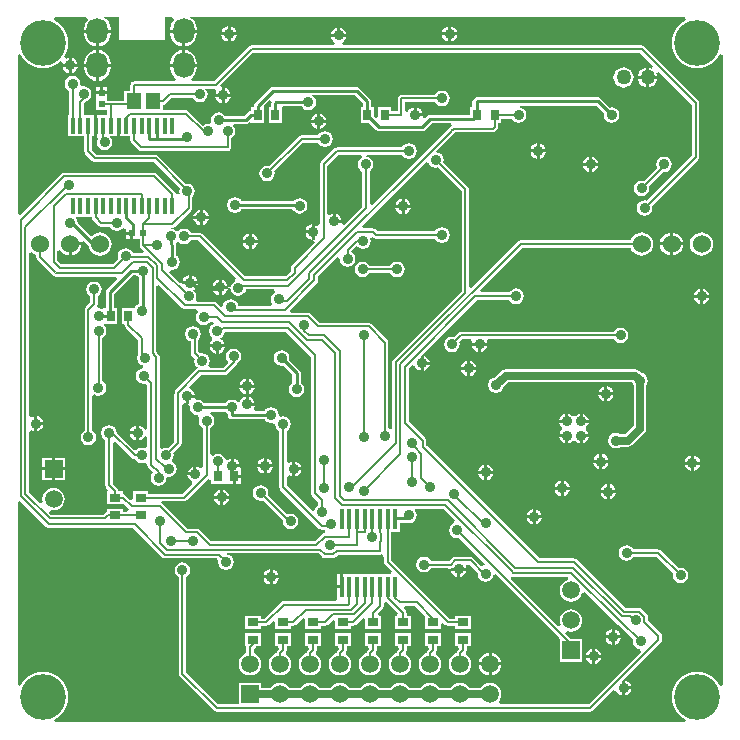
<source format=gbl>
%FSTAX23Y23*%
%MOIN*%
%SFA1B1*%

%IPPOS*%
%ADD10R,0.027560X0.035430*%
%ADD11R,0.035430X0.027560*%
%ADD13R,0.023620X0.019690*%
%ADD23R,0.031500X0.035430*%
%ADD24R,0.019690X0.023620*%
%ADD31C,0.010000*%
%ADD32C,0.025000*%
%ADD33C,0.008000*%
%ADD35R,0.059060X0.059060*%
%ADD36C,0.059060*%
%ADD37C,0.060000*%
%ADD38O,0.070870X0.086610*%
%ADD39R,0.059060X0.059060*%
%ADD40C,0.050000*%
%ADD41C,0.035000*%
%ADD42C,0.152000*%
%ADD43R,0.047240X0.055120*%
%ADD44R,0.017320X0.053940*%
%ADD45R,0.013780X0.066930*%
%LNirbeacon-1*%
%LPD*%
G36*
X00754Y01506D02*
X00751Y01497D01*
X00743Y01491*
X00737Y01483*
X00735Y01475*
X00735*
X00729*
X00725Y01479*
X00726Y01475*
X00725Y01473*
X00725*
X00731*
X00736Y01469*
X00737Y01463*
X00743Y01455*
X00751Y01449*
X00761Y01447*
X00771Y01449*
X00779Y01455*
X00785Y01463*
X00786Y01468*
X00881*
X00884Y01458*
X00876Y01453*
X0087Y01444*
X00869Y01435*
X0087Y01425*
X00873Y01421*
X00868Y01412*
X0076*
X00759Y01419*
X00753Y01428*
X00744Y01434*
X00735Y01436*
X00725Y01434*
X00716Y01428*
X0071Y01419*
X00709Y01414*
X007Y01411*
X00688Y01423*
X00684Y01426*
X0068Y01427*
X00623*
X00619Y01435*
X00621Y01445*
X00619Y01454*
X00613Y01463*
X00609Y01465*
X00609Y01465*
X00618Y01471*
X00624Y0148*
X00625Y01485*
X00574*
X00574Y0149*
X00574Y01494*
X00565Y01491*
X00531Y01525*
X00536Y01534*
X0054Y01534*
X00549Y01535*
X00558Y01541*
X00564Y0155*
X00566Y0156*
X00564Y01569*
X00558Y01578*
X00553Y01581*
Y01615*
X00552Y0162*
X00552Y0162*
X00552Y01622*
X00561Y01626*
X0057Y0162*
X0058Y01619*
X00589Y0162*
X00598Y01626*
X00602Y01632*
X00627*
X00754Y01506*
G37*
G36*
X01395Y01891D02*
X01395Y0189D01*
X01401Y01881*
X0141Y01875*
X0142Y01874*
X01427Y01875*
X01505Y01797*
Y01462*
X01276Y01233*
X01273Y01229*
X01272Y01225*
Y01003*
X0127Y01002*
X01261Y01007*
Y0129*
X0126Y01295*
X01258Y01299*
X01203Y01353*
X01199Y01356*
X01195Y01357*
X01031*
X01Y01388*
X00996Y0139*
X00992Y01391*
X00937*
X00933Y014*
X01022Y0149*
X01025Y01494*
X01026Y01498*
Y01511*
X0109Y01575*
X01099Y0157*
X01099Y0157*
X011Y0156*
X01106Y01551*
X01115Y01545*
X01125Y01544*
X01134Y01545*
X01143Y01551*
X01149Y0156*
X01151Y0157*
X01149Y01579*
X01143Y01588*
X01137Y01592*
Y01594*
X01154Y01612*
X01158Y01611*
X01166Y01605*
X01176Y01604*
X01186Y01605*
X01195Y01611*
X012Y0162*
X01202Y0163*
X01201Y01638*
X01209Y01642*
X01211Y01641*
X01213Y01639*
X01215Y01638*
X0122Y01637*
X01417*
X01421Y01631*
X0143Y01625*
X0144Y01624*
X01449Y01625*
X01458Y01631*
X01464Y0164*
X01466Y0165*
X01464Y01659*
X01458Y01668*
X01449Y01674*
X0144Y01676*
X0143Y01674*
X01421Y01668*
X01417Y01662*
X01225*
X01218Y01668*
X01214Y01671*
X0121Y01672*
X01177*
X01173Y01681*
X01386Y01893*
X01395Y01891*
G37*
G36*
X01173Y01908D02*
X01166Y01903D01*
X0116Y01894*
X01159Y01885*
X0116Y01875*
X01166Y01866*
X01173Y01861*
Y01743*
X01113Y01683*
X01104Y01688*
X01105Y0169*
X01079*
Y01694*
X01075*
Y0172*
X0107Y01719*
X01066Y01716*
X01057Y01721*
Y0188*
X01095Y01917*
X0117*
X01173Y01908*
G37*
G36*
X00273Y01708D02*
X00274Y01703D01*
X00276Y01699*
X00295Y01681*
X00299Y01678*
X00304Y01677*
X00333*
X00337Y01671*
X00346Y01665*
X00356Y01664*
X00365Y01665*
X00374Y01671*
X00375Y01673*
X00385Y01671*
Y0166*
X00405*
Y01655*
X0041*
Y01637*
X00432*
Y01615*
X00433Y01611*
X00436Y01607*
X00445Y01597*
X00441Y01588*
X00409*
X00409Y01589*
X00403Y01598*
X00394Y01604*
X00385Y01606*
X00375Y01604*
X00366Y01598*
X0036Y01589*
X00359Y0158*
X0036Y0157*
X00342Y01552*
X0017*
X00157Y01565*
Y01596*
X00166Y016*
X00172Y01592*
X0018Y01586*
X0019Y01582*
X00195Y01582*
Y0162*
X00199*
Y01625*
X00237*
X00237Y01625*
X00246Y01629*
X00262Y01613*
X00262Y0161*
X00266Y016*
X00272Y01592*
X0028Y01586*
X0029Y01582*
X003Y01581*
X00309Y01582*
X00319Y01586*
X00327Y01592*
X00333Y016*
X00337Y0161*
X00338Y0162*
X00337Y01629*
X00333Y01639*
X00327Y01647*
X00319Y01653*
X00309Y01657*
X003Y01658*
X0029Y01657*
X0028Y01653*
X00272Y01647*
X00267Y01646*
X00225Y01688*
X00226Y0169*
X00224Y01699*
X00218Y01708*
X00219Y0171*
X00273*
Y01708*
G37*
G36*
X00721Y01056D02*
X00726Y01053D01*
Y0105*
X00727Y01044*
X0073Y0104*
X00734Y01037*
X0074Y01036*
X00848*
X00851Y01031*
X0086Y01025*
X0087Y01024*
X00884Y01019*
X00885Y01009*
X00891Y01001*
X00897Y00997*
Y0081*
X00898Y00805*
X00901Y00801*
X01031Y00671*
X01035Y00668*
X0104Y00667*
X0105*
X01051Y00663*
X0105Y00657*
X01049Y00656*
X01044Y00655*
X0104Y00653*
X01016Y00628*
X0067*
X0063Y00668*
X00626Y0067*
X00622Y00671*
X0059*
X00508Y00753*
X00504Y00756*
X005Y00757*
X00505Y00762*
X00579*
X00584Y00763*
X00588Y00765*
X00659Y00837*
X00668Y00833*
Y00819*
X00716*
X00723*
X00742*
Y00845*
X00747*
Y0085*
X00771*
Y0087*
X00765Y00877*
X00765Y00875*
X00739*
Y00879*
X00735*
Y00905*
X0073Y00904*
X00725Y00901*
X00716Y00904*
X00716Y00904*
X0071Y00913*
X00702Y00919*
X00692Y00921*
X00682Y00919*
X00676Y00914*
X00667Y00919*
Y01007*
X00673Y01011*
X00679Y0102*
X00681Y0103*
X00679Y01039*
X00673Y01048*
X00667Y01052*
X0067Y01061*
X00718*
X00721Y01056*
G37*
G36*
X00072Y01592D02*
X0008Y01586D01*
X00087Y01583*
Y01576*
X00088Y01571*
X00091Y01567*
X00142Y01516*
X00142Y01515*
X00143Y01515*
X00147Y01512*
X00152Y01511*
X00353*
X00357Y01502*
X00322Y01468*
X0032Y01463*
X00319Y01458*
Y01405*
X00313*
X00307Y01402*
X00304Y01404*
X00295Y01406*
X00288Y01411*
X0029Y01413*
X00291Y01415*
X00292Y0142*
Y01445*
X00298Y01449*
X00304Y01458*
X00306Y01468*
X00304Y01477*
X00298Y01486*
X00289Y01492*
X0028Y01494*
X0027Y01492*
X00261Y01486*
X00255Y01477*
X00254Y01468*
X00255Y01458*
X00261Y01449*
X00267Y01445*
Y01425*
X00252Y01409*
X00249Y01405*
X00248Y01401*
Y00997*
X00242Y00993*
X00236Y00984*
X00235Y00975*
X00236Y00965*
X00242Y00956*
X00251Y0095*
X00261Y00949*
X0027Y0095*
X00279Y00956*
X00285Y00965*
X00287Y00975*
X00285Y00984*
X00279Y00993*
X00273Y00997*
Y01113*
X00282Y01118*
X00284Y01116*
X00294Y01114*
X00304Y01116*
X00313Y01121*
X00318Y0113*
X0032Y0114*
X00318Y0115*
X00313Y01158*
X00307Y01162*
Y01307*
X00313Y01311*
X00319Y0132*
X00321Y0133*
X00319Y01339*
X00313Y01348*
X00312Y01352*
X00313Y01354*
X00357*
Y01405*
X00345*
Y01453*
X00409Y01517*
X00421*
X00424Y01512*
X00429Y01508*
Y01421*
X00421Y01416*
X00415Y01407*
X00415Y01405*
X00372*
Y01354*
X00378*
X00382Y0135*
X00383Y01345*
X00385Y01341*
X00427Y01299*
Y01252*
X00425Y01249*
X00424Y0124*
X00425Y0123*
X00431Y01221*
X0044Y01215*
X00442Y01215*
Y01205*
X00435Y01204*
X00426Y01198*
X0042Y01189*
X00419Y0118*
X0042Y0117*
X00426Y01161*
X00435Y01155*
X00445Y01154*
X0045Y01155*
X00457Y01148*
Y01004*
X00448Y01001*
X00443Y01008*
X00434Y01014*
X0043Y01015*
Y00989*
Y00965*
X00434Y00965*
X00443Y00971*
X00448Y00978*
X00457Y00975*
Y00943*
X00449Y00939*
X0044Y00941*
X0043Y00939*
X00421Y00933*
X00414Y00932*
X00355Y00991*
X00354Y00999*
X00348Y01008*
X00339Y01014*
X0033Y01016*
X0032Y01014*
X00311Y01008*
X00305Y00999*
X00304Y0099*
X00305Y0098*
X00311Y00971*
X00317Y00967*
Y00815*
X00318Y0081*
X00321Y00806*
X00326Y00801*
X00324Y00796*
Y00752*
X00375*
X00378Y00753*
X00395Y00736*
X00394Y00733*
X0039Y00727*
X00375*
Y00737*
X00324*
Y00727*
X0032Y00726*
X00316Y00724*
X00309Y00717*
X00137*
X00131Y00723*
X00135Y00733*
X00145Y00732*
X00154Y00733*
X00163Y00737*
X00171Y00743*
X00177Y00751*
X00181Y0076*
X00182Y0077*
X00181Y00779*
X00177Y00788*
X00171Y00796*
X00163Y00802*
X00154Y00806*
X00145Y00807*
X00135Y00806*
X00126Y00802*
X00118Y00796*
X00112Y00788*
X00108Y00779*
X00107Y0077*
X00108Y0076*
X00098Y00756*
X00063Y00791*
Y00994*
X00072Y00999*
X00075Y00997*
X0008Y00996*
Y01021*
Y01046*
X00075Y01045*
X00072Y01043*
X00063Y01047*
Y01589*
X00072Y01593*
X00072Y01592*
G37*
G36*
X00574Y01406D02*
X00578Y01403D01*
X00583Y01402*
X0062*
X00626Y01393*
X0062Y01384*
X00619Y01375*
X0062Y01365*
X00626Y01356*
X00635Y0135*
X00645Y01349*
X00654Y0135*
X00663Y01356*
X00666Y01361*
X00676Y0136*
X00678Y01353*
X00671Y01348*
X00665Y01339*
X00664Y0133*
X00665Y0132*
X00671Y01311*
X00674Y01309*
Y01299*
X00672Y01298*
X00666Y01289*
X00665Y01285*
X00715*
X00714Y01289*
X00709Y01298*
X007Y01304*
X00699Y01305*
X00708Y01311*
Y01311*
X00714Y0132*
X00715Y01327*
X00919*
X01002Y01244*
Y0079*
X01003Y00785*
X01006Y00781*
X01027Y00759*
Y00747*
X01021Y00743*
X01015Y00734*
X01015Y00733*
X01006Y00731*
X00922Y00815*
Y00843*
X00931Y00848*
X00935Y00845*
X0094Y00845*
Y00869*
Y00895*
X00935Y00894*
X00931Y00891*
X00922Y00896*
Y00997*
X00928Y01001*
X00934Y01009*
X00936Y01019*
X00934Y01029*
X00928Y01037*
X00919Y01043*
X0091Y01045*
X009Y01043*
X00896Y0105*
X00894Y01059*
X00888Y01068*
X00879Y01074*
X0087Y01076*
X0086Y01074*
X00851Y01068*
X00848Y01063*
X00816*
X00812Y01072*
X00814Y01075*
X00815Y0108*
X00789*
Y01084*
X00785*
Y0111*
X0078Y01109*
X00771Y01103*
X00765Y01094*
X00765Y01094*
X00758Y01093*
X00758*
X00749Y01099*
X0074Y01101*
X0073Y01099*
X00721Y01093*
X00718Y01088*
X00646*
X00643Y01093*
X00634Y01099*
X00625Y01101*
X00622Y011*
X00615Y01107*
X00615Y01107*
X00595*
Y01087*
X00592Y01086*
X00599Y01079*
X00599Y01075*
X006Y01065*
X00606Y01056*
X00615Y0105*
X00625Y01049*
X00626Y01049*
X00631Y0104*
X0063Y01039*
X00629Y0103*
X0063Y0102*
X00636Y01011*
X00642Y01007*
Y00877*
X00633Y00872*
X00626Y00877*
X00621Y00878*
Y00853*
X00616*
Y00848*
X00591*
X00592Y00843*
X00598Y00835*
X00606Y00829*
X00607Y00819*
X00574Y00786*
X0046*
Y00796*
X00409*
Y00771*
X004Y00767*
X00384Y00783*
X0038Y00785*
X00375Y00786*
Y00796*
X00361*
X00361Y00796*
X00361Y00799*
X00358Y00803*
X00342Y0082*
Y00957*
X00351Y00961*
X00406Y00906*
X00408Y00904*
X0041Y00903*
X00415Y00902*
X00417*
X00421Y00896*
X0043Y0089*
X0044Y00889*
X00449Y0089*
X00457Y00886*
Y00884*
X00458Y00879*
X00461Y00875*
X00476Y00859*
X00476Y00858*
X0047Y00849*
X00469Y0084*
X0047Y0083*
X00476Y00821*
X00485Y00815*
X00495Y00814*
X00504Y00815*
X00513Y00821*
X00519Y0083*
X00521Y0084*
X00525Y00844*
X00529Y00844*
X00539Y00845*
X00547Y00851*
X00553Y0086*
X00555Y0087*
X00553Y00879*
X00547Y00888*
X00539Y00894*
X00538Y00894*
X00538Y00896*
X00544Y00905*
X00546Y00915*
X00544Y00922*
X00568Y00946*
X00571Y0095*
X00572Y00955*
Y01084*
X0058Y01088*
X00585Y01087*
Y01112*
X00589*
Y01117*
X00615*
X00614Y01122*
X00608Y0113*
X00599Y01136*
X00597Y01144*
X00635Y01182*
X00715*
X00719Y01183*
X00723Y01186*
X00753Y01216*
X00756Y0122*
X00756Y01222*
X00763Y01226*
X00769Y01235*
X00771Y01245*
X00769Y01254*
X00763Y01263*
X00754Y01269*
X00745Y01271*
X00735Y01269*
X00726Y01263*
X0072Y01254*
X00719Y01245*
X0072Y01235*
X00726Y01226*
X00726Y01224*
X00709Y01207*
X00666*
X00661Y01216*
X00664Y0122*
X00666Y0123*
X00664Y01239*
X00658Y01248*
X00649Y01254*
X0064Y01256*
X00634Y01255*
X00627Y01261*
Y013*
X00628Y01301*
X00634Y0131*
X00636Y0132*
X00634Y01329*
X00628Y01338*
X00619Y01344*
X0061Y01346*
X006Y01344*
X00591Y01338*
X00585Y01329*
X00584Y0132*
X00585Y0131*
X00591Y01301*
X006Y01295*
X00602Y01295*
Y01255*
X00603Y0125*
X00606Y01246*
X00615Y01237*
X00614Y0123*
X00615Y0122*
X00621Y01211*
X00626Y01208*
X00622Y01203*
X00551Y01133*
X00549Y01129*
X00548Y01124*
Y01122*
X00547Y0112*
Y0096*
X00527Y00939*
X0052Y00941*
X0051Y00939*
X00507Y00937*
X00498Y00941*
Y01244*
X00497Y01248*
X00494Y01252*
X0049Y01256*
X0049Y01256*
X00488Y0126*
X00487Y01261*
Y0148*
X00496Y01484*
X00574Y01406*
G37*
G36*
X02252Y02365D02*
X02243Y0236D01*
X0223Y02349*
X02219Y02336*
X02212Y02322*
X02207Y02306*
X02205Y0229*
X02207Y02273*
X02212Y02257*
X02219Y02243*
X0223Y0223*
X02243Y02219*
X02257Y02212*
X02273Y02207*
X0229Y02205*
X02306Y02207*
X02322Y02212*
X02336Y02219*
X02349Y0223*
X0236Y02243*
X02365Y02252*
X02375Y0225*
Y00149*
X02365Y00147*
X0236Y00156*
X02349Y00169*
X02336Y0018*
X02322Y00187*
X02306Y00192*
X0229Y00194*
X02273Y00192*
X02257Y00187*
X02243Y0018*
X0223Y00169*
X02219Y00156*
X02212Y00142*
X02207Y00126*
X02205Y0011*
X02207Y00093*
X02212Y00077*
X02219Y00063*
X0223Y0005*
X02243Y00039*
X02252Y00034*
X0225Y00025*
X00149*
X00147Y00034*
X00156Y00039*
X00169Y0005*
X0018Y00063*
X00187Y00077*
X00192Y00093*
X00194Y0011*
X00192Y00126*
X00187Y00142*
X0018Y00156*
X00169Y00169*
X00156Y0018*
X00142Y00187*
X00126Y00192*
X0011Y00194*
X00093Y00192*
X00077Y00187*
X00063Y0018*
X0005Y00169*
X00039Y00156*
X00034Y00147*
X00025Y00149*
Y00759*
X00034Y00763*
X00121Y00676*
X00125Y00673*
X0013Y00672*
X00409*
X00506Y00575*
X0051Y00573*
X00515Y00572*
X00688*
X00694Y00564*
X00694Y0056*
X00695Y0055*
X00701Y00541*
X0071Y00535*
X0072Y00534*
X00729Y00535*
X00738Y00541*
X00744Y0055*
X00746Y0056*
X00744Y00569*
X00738Y00578*
X00729Y00584*
X0072Y00586*
X00722Y00588*
X01029*
X0104Y00576*
X01044Y00574*
X01049Y00573*
X01077*
X01081Y00574*
X01085Y00576*
X01093Y00584*
X01233*
X01238Y00585*
X01246Y00572*
Y00561*
X01247Y00556*
X0125Y00552*
X01274Y00528*
X0127Y00519*
X0111*
Y00477*
X01105*
Y00472*
X0109*
Y00436*
X01083Y00429*
X00912*
X00907Y00428*
X00903Y00425*
X00849Y00371*
X00835*
Y00381*
X00784*
Y00337*
X00835*
Y00347*
X00854*
X00859Y00348*
X00863Y0035*
X00875Y00362*
X00884Y00358*
Y00337*
X00935*
Y00347*
X00944*
X00949Y00348*
X00953Y0035*
X00975Y00372*
X00984Y00368*
Y00337*
X01035*
Y00347*
X01049*
X01054Y00348*
X01058Y0035*
X01075Y00367*
X01084Y00363*
Y00337*
X01135*
Y00347*
X01144*
X01149Y00348*
X01153Y0035*
X01175Y00372*
X01184Y00368*
Y00337*
X01235*
Y00381*
X01231*
X01227Y0039*
X01242Y00404*
X01244Y00408*
X01245Y00413*
Y00424*
X01254Y00427*
X01292Y0039*
X01288Y00381*
X01284*
Y00337*
X01335*
Y00381*
X01322*
Y0039*
X01321Y00394*
X01318Y00398*
X01313Y00403*
X01317Y00412*
X01349*
X01384Y00378*
Y00337*
X01435*
Y00353*
X01444Y00357*
X01451Y0035*
X01455Y00348*
X0146Y00347*
X01484*
Y00337*
X01535*
Y00381*
X01484*
Y00371*
X01465*
X01271Y00566*
Y0066*
X01299*
Y00691*
X01318*
X0132Y0069*
X0133Y00689*
X01339Y0069*
X01348Y00696*
X01354Y00705*
X01356Y00715*
X01354Y00724*
X01348Y00733*
X01349Y00736*
X01446*
X01484Y00698*
X01481Y00689*
X0148Y00689*
X01471Y00683*
X01465Y00674*
X01464Y00665*
X01465Y00655*
X01471Y00646*
X0148Y0064*
X0149Y00639*
X01497Y0064*
X01583Y00554*
X01581Y00548*
X01571Y00545*
X01543Y00573*
X01539Y00576*
X01535Y00577*
X01483*
X01478Y00576*
X01474Y00573*
X01464Y00563*
X01402*
X01398Y00569*
X01389Y00575*
X0138Y00577*
X0137Y00575*
X01361Y00569*
X01355Y00561*
X01354Y00551*
X01355Y00541*
X01361Y00532*
X0137Y00527*
X0138Y00525*
X01389Y00527*
X01398Y00532*
X01402Y00539*
X01448*
X01469Y00535*
X01469Y00539*
X01473Y00539*
X01474Y00539*
X01474Y0054*
X0152*
X01519Y00544*
X01521Y00549*
X01531Y00551*
X01559Y00523*
X01559Y0052*
X0156Y0051*
X01566Y00501*
X01575Y00495*
X01585Y00494*
X01594Y00495*
X01603Y00501*
X01609Y0051*
X0161Y00515*
X01619Y00518*
X01833Y00304*
X01832Y00302*
Y00227*
X01907*
Y00302*
X01869*
X0185Y00321*
X01855Y0033*
X0186Y00328*
X0187Y00327*
X01879Y00328*
X01888Y00332*
X01896Y00338*
X01902Y00346*
X01906Y00355*
X01907Y00365*
X01906Y00374*
X01902Y00383*
X01896Y00391*
X01888Y00397*
X01879Y00401*
X0187Y00402*
X0186Y00401*
X01851Y00397*
X01843Y00391*
X01837Y00383*
X01833Y00374*
X01832Y00365*
X01833Y00355*
X01835Y0035*
X01826Y00345*
X01668Y00503*
X01673Y00512*
X01676Y00511*
X01861*
X01861Y00501*
X0186Y00501*
X01851Y00497*
X01843Y00491*
X01837Y00483*
X01833Y00474*
X01832Y00465*
X01833Y00455*
X01837Y00446*
X01843Y00438*
X01851Y00432*
X0186Y00428*
X0187Y00427*
X01879Y00428*
X01888Y00432*
X01896Y00438*
X01902Y00446*
X01906Y00455*
X01906Y00457*
X01916Y00461*
X02023Y00353*
X02027Y00351*
X02028Y0035*
X02077Y00302*
X02076Y00295*
X02077Y00285*
X02083Y00276*
X02092Y0027*
X021Y00269*
X02103Y00259*
X01929Y00086*
X01632*
X01628Y00095*
X01632Y00101*
X01636Y0011*
X01637Y0012*
X01636Y00129*
X01632Y00138*
X01626Y00146*
X01618Y00152*
X01609Y00156*
X016Y00157*
X0159Y00156*
X01581Y00152*
X01573Y00146*
X01568Y0014*
X01531*
X01526Y00146*
X01518Y00152*
X01509Y00156*
X015Y00157*
X0149Y00156*
X01481Y00152*
X01473Y00146*
X01468Y0014*
X01431*
X01426Y00146*
X01418Y00152*
X01409Y00156*
X014Y00157*
X0139Y00156*
X01381Y00152*
X01373Y00146*
X01368Y0014*
X01331*
X01326Y00146*
X01318Y00152*
X01309Y00156*
X013Y00157*
X0129Y00156*
X01281Y00152*
X01273Y00146*
X01268Y0014*
X01231*
X01226Y00146*
X01218Y00152*
X01209Y00156*
X012Y00157*
X0119Y00156*
X01181Y00152*
X01173Y00146*
X01168Y0014*
X01131*
X01126Y00146*
X01118Y00152*
X01109Y00156*
X011Y00157*
X0109Y00156*
X01081Y00152*
X01073Y00146*
X01068Y0014*
X01031*
X01026Y00146*
X01018Y00152*
X01009Y00156*
X01Y00157*
X0099Y00156*
X00981Y00152*
X00973Y00146*
X00968Y0014*
X00931*
X00926Y00146*
X00918Y00152*
X00909Y00156*
X009Y00157*
X0089Y00156*
X00881Y00152*
X00873Y00146*
X00868Y0014*
X00837*
Y00157*
X00762*
Y00086*
X00693*
X00586Y00192*
Y0051*
X00592Y00514*
X00598Y00522*
X006Y00532*
X00598Y00542*
X00592Y00551*
X00584Y00556*
X00574Y00558*
X00564Y00556*
X00555Y00551*
X0055Y00542*
X00548Y00532*
X0055Y00522*
X00555Y00514*
X00562Y0051*
Y00187*
X00562Y00183*
X00565Y00179*
X00679Y00065*
X00683Y00062*
X00688Y00061*
X01934*
X01939Y00062*
X01943Y00065*
X02011Y00133*
X0202Y0013*
X0202Y0013*
X02026Y00121*
X02035Y00115*
X0204Y00115*
Y00139*
Y00162*
X02043Y00165*
X02045Y00166*
X02044Y00166*
X02169Y00291*
X02172Y00295*
X02173Y003*
Y00313*
X02172Y00318*
X02169Y00322*
X02126Y00365*
Y00377*
X02125Y00381*
X02123Y00385*
X02105Y00403*
X02101Y00405*
X02097Y00406*
X0205*
X01888Y00568*
X01884Y00571*
X0188Y00572*
X01765*
X01387Y00949*
Y00964*
X01386Y00969*
X01384Y00973*
X01329Y01028*
Y01206*
X01339Y01216*
X01348Y01213*
X01349Y01212*
X01354Y01203*
X01363Y01198*
X01368Y01197*
Y01222*
Y01245*
X0137Y01247*
X01373Y01248*
X01372Y01249*
X01556Y01433*
X01664*
X01668Y01427*
X01677Y01421*
X01687Y0142*
X01696Y01421*
X01705Y01427*
X01711Y01436*
X01713Y01446*
X01711Y01455*
X01705Y01464*
X01696Y0147*
X01687Y01472*
X01677Y0147*
X01668Y01464*
X01664Y01458*
X01571*
X01567Y01467*
X01707Y01607*
X02068*
X02071Y016*
X02077Y01592*
X02085Y01586*
X02095Y01582*
X02105Y01581*
X02114Y01582*
X02124Y01586*
X02132Y01592*
X02138Y016*
X02142Y0161*
X02143Y0162*
X02142Y01629*
X02138Y01639*
X02132Y01647*
X02124Y01653*
X02114Y01657*
X02105Y01658*
X02095Y01657*
X02085Y01653*
X02077Y01647*
X02071Y01639*
X02068Y01632*
X01702*
X01697Y01631*
X01693Y01628*
X01538Y01473*
X01529Y01477*
Y01802*
X01528Y01807*
X01526Y01811*
X01444Y01892*
X01446Y019*
X01444Y01909*
X01438Y01918*
X01429Y01924*
X0142Y01926*
X01419Y01927*
X01477Y01985*
X01478Y01986*
X01478Y01986*
X01484Y01992*
X01609*
X01613Y01992*
X01617Y01995*
X01624Y02001*
X01626Y02005*
X01627Y0201*
Y02024*
X01637*
Y02037*
X01672*
X01676Y02031*
X01685Y02025*
X01695Y02024*
X01704Y02025*
X01713Y02031*
X01719Y0204*
X01721Y0205*
X01719Y02059*
X01713Y02068*
X01704Y02074*
X01695Y02076*
X017Y02081*
X01954*
X0198Y02056*
X01979Y0205*
X0198Y0204*
X01986Y02031*
X01995Y02025*
X02005Y02024*
X02014Y02025*
X02023Y02031*
X02029Y0204*
X02031Y0205*
X02029Y02059*
X02023Y02068*
X02014Y02074*
X02005Y02076*
X01998Y02074*
X01969Y02104*
X01965Y02107*
X0196Y02108*
X01555*
X01549Y02107*
X01545Y02104*
X01542Y021*
X01541Y02095*
Y02075*
X01534*
Y0205*
X014*
X01395Y02049*
X01391Y02046*
X01383Y02038*
X01374Y02043*
X01375Y02045*
X01349*
Y02049*
X01345*
Y02075*
X0134Y02074*
X01331Y02068*
X01326Y0206*
X01316Y02063*
Y02092*
X01417*
X01421Y02086*
X0143Y0208*
X0144Y02079*
X01449Y0208*
X01458Y02086*
X01464Y02095*
X01466Y02105*
X01464Y02114*
X01458Y02123*
X01449Y02129*
X0144Y02131*
X0143Y02129*
X01421Y02123*
X01417Y02117*
X01304*
X01299Y02116*
X01295Y02113*
X01293Y02109*
X01292Y02105*
Y02062*
X01271*
Y02075*
X01227*
Y02044*
X0122Y02041*
X01212Y02047*
Y02075*
X01203*
Y02095*
X01202Y021*
X01201Y02102*
X01199Y02104*
X01164Y02139*
X0116Y02142*
X01155Y02143*
X00875*
X0087Y02142*
X00866Y02139*
X00816Y02088*
X00813Y02084*
X00812Y02079*
Y02075*
X00803*
Y02063*
X00803*
X00797Y02062*
X00793Y02059*
X00779Y02045*
X00716*
X00713Y0205*
X00704Y02056*
X00695Y02058*
X00685Y02056*
X00676Y0205*
X0067Y02041*
X00669Y02032*
X00669Y02027*
X00662Y0202*
X0066Y02021*
X0065Y02019*
X00643Y02014*
X00594Y02062*
X0059Y02065*
X00586Y02066*
X00508*
Y02082*
X00509*
X00514Y02083*
X00518Y02086*
X00537Y02105*
X0061*
X00614Y02099*
X00623Y02093*
X00633Y02092*
X00642Y02093*
X00651Y02099*
X00657Y02108*
X00659Y02118*
X00657Y02127*
X00651Y02136*
X00651Y02137*
X00683*
X00685Y02134*
X00687Y02126*
X00685Y02124*
X00684Y0212*
X00705*
Y0214*
X00706Y0214*
X00701Y02149*
X0081Y02257*
X02099*
X02144Y02213*
X02138Y02204*
X02133Y02207*
X0213Y02207*
Y0218*
X02157*
X02157Y02183*
X02154Y02188*
X02163Y02194*
X02272Y02084*
Y01915*
X02122Y01764*
X02115Y01766*
X02105Y01764*
X02096Y01758*
X0209Y01749*
X02089Y0174*
X0209Y0173*
X02096Y01721*
X02105Y01715*
X02115Y01714*
X02124Y01715*
X02133Y01721*
X02139Y0173*
X02141Y0174*
X02139Y01747*
X02293Y01901*
X02296Y01905*
X02297Y0191*
Y0209*
X02296Y02094*
X02293Y02098*
X02113Y02278*
X02109Y02281*
X02105Y02282*
X01109*
X01106Y02291*
X01113Y02296*
X01119Y02305*
X0112Y0231*
X0107*
X0107Y02305*
X01076Y02296*
X01083Y02291*
X0108Y02282*
X00805*
X008Y02281*
X00796Y02278*
X00679Y02162*
X00607*
X00603Y02171*
X00609Y02176*
X00616Y02185*
X00621Y02195*
X00622Y02207*
Y0221*
X00534*
Y02207*
X00536Y02195*
X0054Y02185*
X00547Y02176*
X00553Y02171*
X0055Y02162*
X00413*
X00408Y02161*
X00404Y02158*
X00402Y02154*
X00401Y0215*
Y0213*
X00381*
Y02097*
X00322*
Y02104*
Y02119*
X00287*
Y02104*
Y02065*
X00322*
X00324Y02063*
Y02049*
X0029*
Y02014*
Y01979*
X00288*
X00292Y0197*
X0029Y01967*
X00289Y01958*
X0029Y01948*
X00296Y01939*
X00305Y01933*
X00315Y01932*
X00324Y01933*
X00333Y01939*
X00339Y01948*
X00341Y01958*
X00339Y01967*
X00333Y01976*
X00334Y01979*
X00357*
Y02014*
X00367*
Y01979*
X00401*
Y01966*
X00402Y01961*
X00404Y01957*
X00428Y01934*
X00432Y01931*
X00437Y0193*
X00725*
X00729Y01931*
X00733Y01934*
X00736Y01938*
X00737Y01943*
Y01972*
X00743Y01976*
X00749Y01985*
X00751Y01995*
X00749Y02004*
X00743Y02013*
X00745Y02018*
X00785*
X0079Y02019*
X00794Y02022*
X00798Y02026*
X00803Y02024*
X00847*
Y02075*
X00845Y0208*
X00863Y02098*
X00872Y02093*
X00871Y02089*
Y02075*
X00862*
Y02024*
X00906*
Y02075*
X00909Y02078*
X00972*
X00975Y02073*
X00984Y02067*
X00994Y02066*
X01003Y02067*
X01012Y02073*
X01018Y02082*
X0102Y02092*
X01018Y02101*
X01012Y0211*
X01003Y02116*
X01004Y02116*
X01149*
X01176Y02089*
Y02075*
X01168*
Y02024*
X01197*
X01221Y02*
X01225Y01997*
X0123Y01996*
X01373*
X01378Y01997*
X01382Y02*
X01406Y02024*
X0147*
X01472Y02014*
X0147Y02012*
X01461Y02003*
X01461Y02003*
X0146Y02002*
X01207Y01749*
X01198Y01753*
Y01863*
X01203Y01866*
X01209Y01875*
X01211Y01885*
X01209Y01894*
X01203Y01903*
X01194Y01909*
X01185Y01911*
X01191Y01917*
X01307*
X01311Y01911*
X0132Y01905*
X0133Y01904*
X01339Y01905*
X01348Y01911*
X01354Y0192*
X01356Y0193*
X01354Y01939*
X01348Y01948*
X01339Y01954*
X0133Y01956*
X0132Y01954*
X01311Y01948*
X01307Y01942*
X0109*
X01085Y01941*
X01081Y01938*
X01036Y01894*
X01034Y0189*
X01033Y01885*
Y01685*
X01024Y01681*
X01019Y01684*
X01015Y01685*
Y01659*
Y01634*
X0101Y01634*
X01015Y01625*
X0094Y0155*
X00937Y01546*
X00936Y01541*
Y01529*
X00919Y01512*
X00783*
X00641Y01653*
X00637Y01656*
X00633Y01657*
X00602*
X00598Y01663*
X00589Y01669*
X0058Y01671*
X0057Y01669*
X00561Y01663*
X00553*
X00544Y01669*
X00535Y01671*
X00536Y01672*
X0054*
X00544Y01673*
X00548Y01676*
X00603Y01731*
X00606Y01735*
X00607Y0174*
Y01775*
X00608Y01776*
X00614Y01785*
X00616Y01795*
X00614Y01804*
X00608Y01813*
X00599Y01819*
X0059Y01821*
X00586Y0182*
X00493Y01913*
X00489Y01916*
X00485Y01917*
X00287*
X00272Y01933*
Y01979*
X0028*
Y02014*
Y02049*
X00246*
Y02089*
X00252Y02095*
X00254Y02095*
X00263Y02101*
X00269Y0211*
X00271Y0212*
X00269Y02129*
X00263Y02138*
X00254Y02144*
X00245Y02146*
X00241Y02145*
X00234Y02152*
X00234Y02154*
X00232Y02163*
X00227Y02172*
X00218Y02178*
X00208Y0218*
X00198Y02178*
X0019Y02172*
X00184Y02163*
X00182Y02154*
X00184Y02144*
X0019Y02135*
X00196Y02131*
Y02049*
X00192*
Y01979*
X00247*
Y01928*
X00248Y01923*
X00251Y01919*
X00274Y01896*
X00278Y01893*
X00282Y01892*
X00479*
X00566Y01806*
X00565Y01804*
X00564Y01795*
X00565Y01785*
X00565Y01785*
X00557*
X00553Y01787*
X00552Y01789*
X00549Y01793*
X00489Y01853*
X00486Y01856*
X00481Y01857*
X0018*
X00175Y01856*
X00171Y01853*
X00034Y01716*
X00025Y0172*
Y0225*
X00034Y02252*
X00039Y02243*
X0005Y0223*
X00063Y02219*
X00077Y02212*
X00093Y02207*
X0011Y02205*
X00126Y02207*
X00142Y02212*
X00156Y02219*
X00167Y02228*
X00175Y02222*
X00175Y0222*
X00195*
Y0224*
X0019Y02239*
X00188Y02237*
X00181Y02244*
X00187Y02257*
X00192Y02273*
X00194Y0229*
X00192Y02306*
X00187Y02322*
X0018Y02336*
X00169Y02349*
X00156Y0236*
X00147Y02365*
X00149Y02375*
X00254*
X00258Y02366*
X00253Y02358*
X00248Y02348*
X00247Y02337*
Y02334*
X00335*
Y02337*
X00333Y02348*
X00329Y02358*
X00322Y02368*
X00313Y02374*
X00313Y02375*
X00363*
Y02307*
X00364Y02303*
X00366Y02301*
X00368Y02299*
X00372Y02298*
X00508*
X00511Y02299*
X00513Y02301*
X00515Y02303*
X00516Y02307*
Y02375*
X00541*
X00546Y02366*
X0054Y02358*
X00536Y02348*
X00534Y02337*
Y02334*
X00622*
Y02337*
X00621Y02348*
X00616Y02358*
X00609Y02368*
X006Y02374*
X006Y02375*
X0225*
X02252Y02365*
G37*
%LNirbeacon-2*%
%LPC*%
G36*
X01964Y00889D02*
X01944D01*
X01945Y00884*
X01951Y00876*
X01959Y0087*
X01964Y00869*
Y00889*
G37*
G36*
X01994D02*
X01974D01*
Y00869*
X01979Y0087*
X01988Y00876*
X01993Y00884*
X01994Y00889*
G37*
G36*
X02299Y00884D02*
X02279D01*
Y00864*
X02284Y00865*
X02292Y00871*
X02298Y00879*
X02299Y00884*
G37*
G36*
X01591Y00883D02*
Y00863D01*
X01611*
X0161Y00868*
X01604Y00876*
X01596Y00882*
X01591Y00883*
G37*
G36*
X02269Y00884D02*
X02249D01*
X0225Y00879*
X02255Y00871*
X02264Y00865*
X02269Y00864*
Y00884*
G37*
G36*
X0014Y00907D02*
X00107D01*
Y00875*
X0014*
Y00907*
G37*
G36*
X00845Y00905D02*
X0084Y00904D01*
X00831Y00898*
X00825Y00889*
X00824Y00885*
X00845*
Y00905*
G37*
G36*
X00855D02*
Y00885D01*
X00875*
X00874Y00889*
X00868Y00898*
X00859Y00904*
X00855Y00905*
G37*
G36*
X00745D02*
Y00885D01*
X00765*
X00764Y00889*
X00758Y00898*
X00749Y00904*
X00745Y00905*
G37*
G36*
X00182Y00907D02*
X0015D01*
Y00875*
X00182*
Y00907*
G37*
G36*
X0095Y00895D02*
Y00875D01*
X0097*
X00969Y00879*
X00963Y00888*
X00954Y00894*
X0095Y00895*
G37*
G36*
X00182Y00865D02*
X0015D01*
Y00832*
X00182*
Y00865*
G37*
G36*
X01581Y00853D02*
X01561D01*
X01562Y00848*
X01567Y00839*
X01576Y00834*
X01581Y00833*
Y00853*
G37*
G36*
X0014Y00865D02*
X00107D01*
Y00832*
X0014*
Y00865*
G37*
G36*
X01845Y0083D02*
Y0081D01*
X01865*
X01864Y00815*
X01858Y00824*
X0185Y00829*
X01845Y0083*
G37*
G36*
X00771Y0084D02*
X00752D01*
Y00819*
X00771*
Y0084*
G37*
G36*
X01611Y00853D02*
X01591D01*
Y00833*
X01596Y00834*
X01604Y00839*
X0161Y00848*
X01611Y00853*
G37*
G36*
X00611Y00878D02*
X00606Y00877D01*
X00598Y00871*
X00592Y00863*
X00591Y00858*
X00611*
Y00878*
G37*
G36*
X01581Y00883D02*
X01576Y00882D01*
X01567Y00876*
X01562Y00868*
X01561Y00863*
X01581*
Y00883*
G37*
G36*
X00875Y00875D02*
X00855D01*
Y00855*
X00859Y00855*
X00868Y00861*
X00874Y0087*
X00875Y00875*
G37*
G36*
X0097Y00865D02*
X0095D01*
Y00845*
X00954Y00845*
X00963Y00851*
X00969Y0086*
X0097Y00865*
G37*
G36*
X00845Y00875D02*
X00824D01*
X00825Y0087*
X00831Y00861*
X0084Y00855*
X00845Y00855*
Y00875*
G37*
G36*
X00795Y0111D02*
Y0109D01*
X00815*
X00814Y01094*
X00808Y01103*
X00799Y01109*
X00795Y0111*
G37*
G36*
X01981Y01115D02*
X01961D01*
X01962Y0111*
X01968Y01102*
X01976Y01096*
X01981Y01095*
Y01115*
G37*
G36*
X01898Y01053D02*
X01893Y01052D01*
X01885Y01046*
X01884Y01046*
X01874*
X01874Y01046*
X01866Y01052*
X01861Y01053*
Y01028*
X01856*
Y01023*
X01831*
X01832Y01018*
X01837Y01009*
X01838Y01009*
Y00999*
X01837Y00999*
X01832Y00991*
X01831Y00986*
X01856*
Y00981*
X01861*
Y00956*
X01866Y00957*
X01874Y00962*
X01874Y00963*
X01884*
X01885Y00962*
X01893Y00957*
X01898Y00956*
Y00981*
X01903*
Y00986*
X01928*
X01927Y00991*
X01921Y00999*
X01921Y00999*
Y01009*
X01921Y01009*
X01927Y01018*
X01928Y01023*
X01903*
Y01028*
X01898*
Y01053*
G37*
G36*
X01851D02*
X01846Y01052D01*
X01837Y01046*
X01832Y01038*
X01831Y01033*
X01851*
Y01053*
G37*
G36*
X01908D02*
Y01033D01*
X01928*
X01927Y01038*
X01921Y01046*
X01913Y01052*
X01908Y01053*
G37*
G36*
X02011Y01115D02*
X01991D01*
Y01095*
X01996Y01096*
X02005Y01102*
X0201Y0111*
X02011Y01115*
G37*
G36*
X01981Y01145D02*
X01976Y01144D01*
X01968Y01139*
X01962Y0113*
X01961Y01125*
X01981*
Y01145*
G37*
G36*
X01991D02*
Y01125D01*
X02011*
X0201Y0113*
X02005Y01139*
X01996Y01144*
X01991Y01145*
G37*
G36*
X00815Y0114D02*
X00795D01*
Y01119*
X00799Y0112*
X00808Y01126*
X00814Y01135*
X00815Y0114*
G37*
G36*
X00905Y01266D02*
X00895Y01264D01*
X00886Y01258*
X0088Y01249*
X00879Y0124*
X0088Y0123*
X00886Y01221*
X00895Y01215*
X00905Y01214*
X00911Y01215*
X00941Y01184*
Y01156*
X00936Y01153*
X0093Y01144*
X00929Y01135*
X0093Y01125*
X00936Y01116*
X00945Y0111*
X00955Y01109*
X00964Y0111*
X00973Y01116*
X00979Y01125*
X00981Y01135*
X00979Y01144*
X00973Y01153*
X00968Y01156*
Y0119*
X00967Y01195*
X00966Y01196*
X00964Y01199*
X00929Y01233*
X00931Y0124*
X00929Y01249*
X00923Y01258*
X00914Y01264*
X00905Y01266*
G37*
G36*
X00785Y0114D02*
X00764D01*
X00765Y01135*
X00771Y01126*
X0078Y0112*
X00785Y01119*
Y0114*
G37*
G36*
X0009Y01046D02*
Y01026D01*
X0011*
X00109Y01031*
X00103Y01039*
X00094Y01045*
X0009Y01046*
G37*
G36*
X01974Y00919D02*
Y00899D01*
X01994*
X01993Y00904*
X01988Y00913*
X01979Y00918*
X01974Y00919*
G37*
G36*
X01851Y00976D02*
X01831D01*
X01832Y00971*
X01837Y00962*
X01846Y00957*
X01851Y00956*
Y00976*
G37*
G36*
X01964Y00919D02*
X01959Y00918D01*
X01951Y00913*
X01945Y00904*
X01944Y00899*
X01964*
Y00919*
G37*
G36*
X02269Y00914D02*
X02264Y00913D01*
X02255Y00908*
X0225Y00899*
X02249Y00894*
X02269*
Y00914*
G37*
G36*
X02279D02*
Y00894D01*
X02299*
X02298Y00899*
X02292Y00908*
X02284Y00913*
X02279Y00914*
G37*
G36*
X01928Y00976D02*
X01908D01*
Y00956*
X01913Y00957*
X01921Y00962*
X01927Y00971*
X01928Y00976*
G37*
G36*
X0011Y01016D02*
X0009D01*
Y00996*
X00094Y00997*
X00103Y01002*
X00109Y01011*
X0011Y01016*
G37*
G36*
X0147Y02345D02*
Y02325D01*
X0149*
X01489Y02329*
X01483Y02338*
X01474Y02344*
X0147Y02345*
G37*
G36*
X0042Y01015D02*
X00415Y01014D01*
X00406Y01008*
X004Y00999*
X00399Y00995*
X0042*
Y01015*
G37*
G36*
Y00985D02*
X00399D01*
X004Y0098*
X00406Y00971*
X00415Y00965*
X0042Y00965*
Y00985*
G37*
G36*
X02083Y01202D02*
D01*
X01652*
X01644Y012*
X01637Y01196*
X01616Y01174*
X01609Y01173*
X01601Y01168*
X01595Y01159*
X01593Y01149*
X01595Y01139*
X01601Y01131*
X01609Y01125*
X01619Y01123*
X01629Y01125*
X01638Y01131*
X01643Y01139*
X01644Y01144*
X01661Y0116*
X02074*
X02075Y01154*
X02078Y0115*
Y01013*
X02051Y00985*
X02034*
X02029Y00988*
X02019Y0099*
X02009Y00988*
X02001Y00983*
X01995Y00974*
X01993Y00964*
X01995Y00954*
X02001Y00946*
X02009Y0094*
X02019Y00938*
X02029Y0094*
X02034Y00943*
X02059*
X02067Y00945*
X02074Y00949*
X02114Y00989*
X02117Y00993*
X02119Y00996*
X0212Y01004*
Y0115*
X02123Y01154*
X02125Y01164*
X02123Y01174*
X02118Y01183*
X02109Y01188*
X02105Y01189*
X02098Y01196*
X02091Y012*
X02083Y01202*
G37*
G36*
X0194Y0027D02*
X01935Y00269D01*
X01926Y00263*
X0192Y00254*
X01919Y0025*
X0194*
Y0027*
G37*
G36*
X0195D02*
Y0025D01*
X0197*
X01969Y00254*
X01963Y00263*
X01954Y00269*
X0195Y0027*
G37*
G36*
X01605Y00257D02*
Y00225D01*
X01637*
X01636Y00229*
X01632Y00238*
X01626Y00246*
X01618Y00252*
X01609Y00256*
X01605Y00257*
G37*
G36*
X0197Y0024D02*
X0195D01*
Y0022*
X01954Y0022*
X01963Y00226*
X01969Y00235*
X0197Y0024*
G37*
G36*
X01595Y00257D02*
X0159Y00256D01*
X01581Y00252*
X01573Y00246*
X01567Y00238*
X01563Y00229*
X01562Y00225*
X01595*
Y00257*
G37*
G36*
X01235Y00322D02*
X01184D01*
Y00278*
X01193*
X01197Y00269*
X01191Y00263*
X01188Y00259*
X01187Y00255*
X01181Y00252*
X01173Y00246*
X01167Y00238*
X01163Y00229*
X01162Y0022*
X01163Y0021*
X01167Y00201*
X01173Y00193*
X01181Y00187*
X0119Y00183*
X012Y00182*
X01209Y00183*
X01218Y00187*
X01226Y00193*
X01232Y00201*
X01236Y0021*
X01237Y0022*
X01236Y00229*
X01232Y00238*
X01226Y00246*
X01218Y00252*
X01218Y00255*
X01218Y00256*
X01221Y0026*
X01222Y00265*
Y00278*
X01235*
Y00322*
G37*
G36*
X02015Y00335D02*
Y00315D01*
X02035*
X02034Y00319*
X02028Y00328*
X02019Y00334*
X02015Y00335*
G37*
G36*
X011Y00519D02*
X0109D01*
Y00482*
X011*
Y00519*
G37*
G36*
X02005Y00335D02*
X02Y00334D01*
X01991Y00328*
X01985Y00319*
X01985Y00315*
X02005*
Y00335*
G37*
G36*
Y00305D02*
X01985D01*
X01985Y003*
X01991Y00291*
X02Y00285*
X02005Y00284*
Y00305*
G37*
G36*
X02035D02*
X02015D01*
Y00284*
X02019Y00285*
X02028Y00291*
X02034Y003*
X02035Y00305*
G37*
G36*
X0194Y0024D02*
X01919D01*
X0192Y00235*
X01926Y00226*
X01935Y0022*
X0194Y0022*
Y0024*
G37*
G36*
X00935Y00322D02*
X00884D01*
Y00278*
X00893*
X00897Y00269*
X00891Y00263*
X00888Y00259*
X00887Y00255*
X00881Y00252*
X00873Y00246*
X00867Y00238*
X00863Y00229*
X00862Y0022*
X00863Y0021*
X00867Y00201*
X00873Y00193*
X00881Y00187*
X0089Y00183*
X009Y00182*
X00909Y00183*
X00918Y00187*
X00926Y00193*
X00932Y00201*
X00936Y0021*
X00937Y0022*
X00936Y00229*
X00932Y00238*
X00926Y00246*
X00918Y00252*
X00918Y00255*
X00918Y00256*
X00921Y0026*
X00922Y00265*
Y00278*
X00935*
Y00322*
G37*
G36*
X01035D02*
X00984D01*
Y00278*
X00993*
X00997Y00269*
X00991Y00263*
X00988Y00259*
X00987Y00255*
X00981Y00252*
X00973Y00246*
X00967Y00238*
X00963Y00229*
X00962Y0022*
X00963Y0021*
X00967Y00201*
X00973Y00193*
X00981Y00187*
X0099Y00183*
X01Y00182*
X01009Y00183*
X01018Y00187*
X01026Y00193*
X01032Y00201*
X01036Y0021*
X01037Y0022*
X01036Y00229*
X01032Y00238*
X01026Y00246*
X01018Y00252*
X01018Y00255*
X01018Y00256*
X01021Y0026*
X01022Y00265*
Y00278*
X01035*
Y00322*
G37*
G36*
X00835D02*
X00784D01*
Y00278*
X00785*
X00787Y00275*
Y00255*
X00781Y00252*
X00773Y00246*
X00767Y00238*
X00763Y00229*
X00762Y0022*
X00763Y0021*
X00767Y00201*
X00773Y00193*
X00781Y00187*
X0079Y00183*
X008Y00182*
X00809Y00183*
X00818Y00187*
X00826Y00193*
X00832Y00201*
X00836Y0021*
X00837Y0022*
X00836Y00229*
X00832Y00238*
X00826Y00246*
X00818Y00252*
X00812Y00255*
Y0027*
X00818Y00277*
X00819Y00278*
X00835*
Y00322*
G37*
G36*
X0207Y00135D02*
X0205D01*
Y00115*
X02054Y00115*
X02063Y00121*
X02069Y0013*
X0207Y00135*
G37*
G36*
X0205Y00165D02*
Y00145D01*
X0207*
X02069Y00149*
X02063Y00158*
X02054Y00164*
X0205Y00165*
G37*
G36*
X01135Y00322D02*
X01084D01*
Y00278*
X01093*
X01097Y00269*
X01091Y00263*
X01088Y00259*
X01087Y00255*
X01081Y00252*
X01073Y00246*
X01067Y00238*
X01063Y00229*
X01062Y0022*
X01063Y0021*
X01067Y00201*
X01073Y00193*
X01081Y00187*
X0109Y00183*
X011Y00182*
X01109Y00183*
X01118Y00187*
X01126Y00193*
X01132Y00201*
X01136Y0021*
X01137Y0022*
X01136Y00229*
X01132Y00238*
X01126Y00246*
X01118Y00252*
X01118Y00255*
X01118Y00256*
X01121Y0026*
X01122Y00265*
Y00278*
X01135*
Y00322*
G37*
G36*
X01595Y00215D02*
X01562D01*
X01563Y0021*
X01567Y00201*
X01573Y00193*
X01581Y00187*
X0159Y00183*
X01595Y00182*
Y00215*
G37*
G36*
X01637D02*
X01605D01*
Y00182*
X01609Y00183*
X01618Y00187*
X01626Y00193*
X01632Y00201*
X01636Y0021*
X01637Y00215*
G37*
G36*
X01535Y00322D02*
X01484D01*
Y00278*
X01493*
X01497Y00269*
X01491Y00263*
X01488Y00259*
X01487Y00255*
X01481Y00252*
X01473Y00246*
X01467Y00238*
X01463Y00229*
X01462Y0022*
X01463Y0021*
X01467Y00201*
X01473Y00193*
X01481Y00187*
X0149Y00183*
X015Y00182*
X01509Y00183*
X01518Y00187*
X01526Y00193*
X01532Y00201*
X01536Y0021*
X01537Y0022*
X01536Y00229*
X01532Y00238*
X01526Y00246*
X01518Y00252*
X01518Y00255*
X01518Y00256*
X01521Y0026*
X01522Y00265*
Y00278*
X01535*
Y00322*
G37*
G36*
X01335D02*
X01284D01*
Y00278*
X01293*
X01297Y00269*
X01291Y00263*
X01288Y00259*
X01287Y00255*
X01281Y00252*
X01273Y00246*
X01267Y00238*
X01263Y00229*
X01262Y0022*
X01263Y0021*
X01267Y00201*
X01273Y00193*
X01281Y00187*
X0129Y00183*
X013Y00182*
X01309Y00183*
X01318Y00187*
X01326Y00193*
X01332Y00201*
X01336Y0021*
X01337Y0022*
X01336Y00229*
X01332Y00238*
X01326Y00246*
X01318Y00252*
X01318Y00255*
X01318Y00256*
X01321Y0026*
X01322Y00265*
Y00278*
X01335*
Y00322*
G37*
G36*
X01435D02*
X01384D01*
Y00278*
X01393*
X01397Y00269*
X01391Y00263*
X01388Y00259*
X01387Y00255*
X01381Y00252*
X01373Y00246*
X01367Y00238*
X01363Y00229*
X01362Y0022*
X01363Y0021*
X01367Y00201*
X01373Y00193*
X01381Y00187*
X0139Y00183*
X014Y00182*
X01409Y00183*
X01418Y00187*
X01426Y00193*
X01432Y00201*
X01436Y0021*
X01437Y0022*
X01436Y00229*
X01432Y00238*
X01426Y00246*
X01418Y00252*
X01418Y00255*
X01418Y00256*
X01421Y0026*
X01422Y00265*
Y00278*
X01435*
Y00322*
G37*
G36*
X02018Y00789D02*
X01998D01*
Y00769*
X02003Y0077*
X02012Y00775*
X02017Y00784*
X02018Y00789*
G37*
G36*
X007Y008D02*
X00695Y00799D01*
X00686Y00793*
X0068Y00784*
X0068Y0078*
X007*
Y008*
G37*
G36*
X01988Y00789D02*
X01968D01*
X01969Y00784*
X01975Y00775*
X01983Y0077*
X01988Y00769*
Y00789*
G37*
G36*
X007Y0077D02*
X0068D01*
X0068Y00765*
X00686Y00756*
X00695Y0075*
X007Y00749*
Y0077*
G37*
G36*
X0073D02*
X0071D01*
Y00749*
X00714Y0075*
X00723Y00756*
X00729Y00765*
X0073Y0077*
G37*
G36*
X0071Y008D02*
Y0078D01*
X0073*
X00729Y00784*
X00723Y00793*
X00714Y00799*
X0071Y008*
G37*
G36*
X01998Y00819D02*
Y00799D01*
X02018*
X02017Y00804*
X02012Y00812*
X02003Y00818*
X01998Y00819*
G37*
G36*
X01835Y0083D02*
X0183Y00829D01*
X01821Y00824*
X01816Y00815*
X01815Y0081*
X01835*
Y0083*
G37*
G36*
X01988Y00819D02*
X01983Y00818D01*
X01975Y00812*
X01969Y00804*
X01968Y00799*
X01988*
Y00819*
G37*
G36*
X01835Y008D02*
X01815D01*
X01816Y00795*
X01821Y00787*
X0183Y00781*
X01835Y0078*
Y008*
G37*
G36*
X01865D02*
X01845D01*
Y0078*
X0185Y00781*
X01858Y00787*
X01864Y00795*
X01865Y008*
G37*
G36*
X01752Y00735D02*
Y00715D01*
X01772*
X01771Y0072*
X01765Y00729*
X01757Y00734*
X01752Y00735*
G37*
G36*
X0149Y0053D02*
X0147D01*
X0147Y00525*
X01476Y00516*
X01485Y0051*
X0149Y00509*
Y0053*
G37*
G36*
X0152D02*
X015D01*
Y00509*
X01504Y0051*
X01513Y00516*
X01519Y00525*
X0152Y0053*
G37*
G36*
X02055Y00616D02*
X02045Y00614D01*
X02036Y00608*
X0203Y00599*
X02029Y0059*
X0203Y0058*
X02036Y00571*
X02045Y00565*
X02055Y00564*
X02064Y00565*
X02073Y00571*
X02077Y00577*
X02154*
X0221Y00522*
X02209Y00515*
X0221Y00505*
X02216Y00496*
X02225Y0049*
X02235Y00489*
X02244Y0049*
X02253Y00496*
X02259Y00505*
X02261Y00515*
X02259Y00524*
X02253Y00533*
X02244Y00539*
X02235Y00541*
X02227Y00539*
X02168Y00598*
X02164Y00601*
X0216Y00602*
X02077*
X02073Y00608*
X02064Y00614*
X02055Y00616*
G37*
G36*
X00865Y00505D02*
X00845D01*
X00845Y005*
X00851Y00491*
X0086Y00485*
X00865Y00485*
Y00505*
G37*
G36*
X00895D02*
X00875D01*
Y00485*
X00879Y00485*
X00888Y00491*
X00894Y005*
X00895Y00505*
G37*
G36*
X00865Y00535D02*
X0086Y00534D01*
X00851Y00528*
X00845Y00519*
X00845Y00515*
X00865*
Y00535*
G37*
G36*
X01772Y00705D02*
X01752D01*
Y00685*
X01757Y00686*
X01765Y00692*
X01771Y007*
X01772Y00705*
G37*
G36*
X01742Y00735D02*
X01737Y00734D01*
X01728Y00729*
X01723Y0072*
X01722Y00715*
X01742*
Y00735*
G37*
G36*
Y00705D02*
X01722D01*
X01723Y007*
X01728Y00692*
X01737Y00686*
X01742Y00685*
Y00705*
G37*
G36*
X00875Y00535D02*
Y00515D01*
X00895*
X00894Y00519*
X00888Y00528*
X00879Y00534*
X00875Y00535*
G37*
G36*
X00835Y00816D02*
X00825Y00814D01*
X00816Y00808*
X0081Y00799*
X00809Y0079*
X0081Y0078*
X00816Y00771*
X00825Y00765*
X00835Y00764*
X00842Y00765*
X00909Y00698*
X00909Y00695*
X0091Y00685*
X00916Y00676*
X00925Y0067*
X00935Y00669*
X00944Y0067*
X00953Y00676*
X00959Y00685*
X00961Y00695*
X00959Y00704*
X00953Y00713*
X00944Y00719*
X00935Y00721*
X00925Y00719*
X00923Y00718*
X00859Y00782*
X00861Y0079*
X00859Y00799*
X00853Y00808*
X00844Y00814*
X00835Y00816*
G37*
G36*
X00785Y0117D02*
X0078Y01169D01*
X00771Y01163*
X00765Y01154*
X00764Y0115*
X00785*
Y0117*
G37*
G36*
X01024Y02024D02*
X01004D01*
X01005Y02019*
X01011Y02011*
X01019Y02005*
X01024Y02004*
Y02024*
G37*
G36*
X01054D02*
X01034D01*
Y02004*
X01039Y02005*
X01047Y02011*
X01053Y02019*
X01054Y02024*
G37*
G36*
X0105Y01996D02*
X0104Y01994D01*
X01031Y01988*
X01027Y01982*
X00972*
X00967Y01981*
X00965Y0198*
X00963Y01978*
X00864Y01879*
X00857Y01881*
X00847Y01879*
X00838Y01873*
X00832Y01864*
X00831Y01855*
X00832Y01845*
X00838Y01836*
X00847Y0183*
X00857Y01829*
X00866Y0183*
X00875Y01836*
X00881Y01845*
X00883Y01855*
X00881Y01862*
X00977Y01957*
X01027*
X01031Y01951*
X0104Y01945*
X0105Y01944*
X01059Y01945*
X01068Y01951*
X01074Y0196*
X01076Y0197*
X01074Y01979*
X01068Y01988*
X01059Y01994*
X0105Y01996*
G37*
G36*
X01755Y01955D02*
X0175Y01954D01*
X01741Y01948*
X01735Y01939*
X01735Y01935*
X01755*
Y01955*
G37*
G36*
X01765D02*
Y01935D01*
X01785*
X01784Y01939*
X01778Y01948*
X01769Y01954*
X01765Y01955*
G37*
G36*
X01024Y02054D02*
X01019Y02053D01*
X01011Y02047*
X01005Y02039*
X01004Y02034*
X01024*
Y02054*
G37*
G36*
X00735Y0211D02*
X00715D01*
Y02089*
X00719Y0209*
X00728Y02096*
X00734Y02105*
X00735Y0211*
G37*
G36*
X00715Y0214D02*
Y0212D01*
X00735*
X00734Y02124*
X00728Y02133*
X00719Y02139*
X00715Y0214*
G37*
G36*
X00705Y0211D02*
X00684D01*
X00685Y02105*
X00691Y02096*
X007Y0209*
X00705Y02089*
Y0211*
G37*
G36*
X01034Y02054D02*
Y02034D01*
X01054*
X01053Y02039*
X01047Y02047*
X01039Y02053*
X01034Y02054*
G37*
G36*
X01355Y02075D02*
Y02055D01*
X01375*
X01374Y02059*
X01368Y02068*
X01359Y02074*
X01355Y02075*
G37*
G36*
X01785Y01925D02*
X01765D01*
Y01904*
X01769Y01905*
X01778Y01911*
X01784Y0192*
X01785Y01925*
G37*
G36*
X01305Y0177D02*
X013Y01769D01*
X01291Y01763*
X01285Y01754*
X01284Y0175*
X01305*
Y0177*
G37*
G36*
X01315D02*
Y0175D01*
X01335*
X01334Y01754*
X01328Y01763*
X01319Y01769*
X01315Y0177*
G37*
G36*
X0075Y01776D02*
X0074Y01774D01*
X00731Y01768*
X00725Y01759*
X00724Y0175*
X00725Y0174*
X00731Y01731*
X0074Y01725*
X0075Y01724*
X00759Y01725*
X00768Y01731*
X00771Y01736*
X00941*
X00946Y01729*
X00955Y01723*
X00965Y01721*
X00974Y01723*
X00983Y01729*
X00989Y01737*
X00991Y01747*
X00989Y01757*
X00983Y01765*
X00974Y01771*
X00965Y01773*
X00955Y01771*
X00946Y01765*
X00944Y01763*
X00771*
X00768Y01768*
X00759Y01774*
X0075Y01776*
G37*
G36*
X01305Y0174D02*
X01284D01*
X01285Y01735*
X01291Y01726*
X013Y0172*
X01305Y0172*
Y0174*
G37*
G36*
X01335D02*
X01315D01*
Y0172*
X01319Y0172*
X01328Y01726*
X01334Y01735*
X01335Y0174*
G37*
G36*
X0218Y01911D02*
X0217Y01909D01*
X02161Y01903*
X02155Y01894*
X02154Y01885*
X02155Y01875*
X02156Y01873*
X02112Y01829*
X02105Y01831*
X02095Y01829*
X02086Y01823*
X0208Y01814*
X02079Y01805*
X0208Y01795*
X02086Y01786*
X02095Y0178*
X02105Y01779*
X02114Y0178*
X02123Y01786*
X02129Y01795*
X02131Y01805*
X02129Y01812*
X02176Y01859*
X0218Y01859*
X02189Y0186*
X02198Y01866*
X02204Y01875*
X02206Y01885*
X02204Y01894*
X02198Y01903*
X02189Y01909*
X0218Y01911*
G37*
G36*
X0194Y0191D02*
Y0189D01*
X0196*
X01959Y01894*
X01953Y01903*
X01944Y01909*
X0194Y0191*
G37*
G36*
X01755Y01925D02*
X01735D01*
X01735Y0192*
X01741Y01911*
X0175Y01905*
X01755Y01904*
Y01925*
G37*
G36*
X0193Y0191D02*
X01925Y01909D01*
X01916Y01903*
X0191Y01894*
X01909Y0189*
X0193*
Y0191*
G37*
G36*
Y0188D02*
X01909D01*
X0191Y01875*
X01916Y01866*
X01925Y0186*
X0193Y0186*
Y0188*
G37*
G36*
X0196D02*
X0194D01*
Y0186*
X01944Y0186*
X01953Y01866*
X01959Y01875*
X0196Y0188*
G37*
G36*
X00286Y02324D02*
X00247D01*
Y02321*
X00248Y02309*
X00253Y02299*
X0026Y0229*
X00269Y02283*
X00279Y02278*
X00286Y02278*
Y02324*
G37*
G36*
X00335D02*
X00296D01*
Y02278*
X00302Y02278*
X00313Y02283*
X00322Y0229*
X00329Y02299*
X00333Y02309*
X00335Y02321*
Y02324*
G37*
G36*
X00583Y02266D02*
Y0222D01*
X00622*
Y02222*
X00621Y02234*
X00616Y02244*
X00609Y02253*
X006Y0226*
X0059Y02265*
X00583Y02266*
G37*
G36*
X00296D02*
Y0222D01*
X00335*
Y02222*
X00333Y02234*
X00329Y02244*
X00322Y02253*
X00313Y0226*
X00302Y02265*
X00296Y02266*
G37*
G36*
X00573D02*
X00567Y02265D01*
X00556Y0226*
X00547Y02253*
X0054Y02244*
X00536Y02234*
X00534Y02222*
Y0222*
X00573*
Y02266*
G37*
G36*
Y02324D02*
X00534D01*
Y02321*
X00536Y02309*
X0054Y02299*
X00547Y0229*
X00556Y02283*
X00567Y02278*
X00573Y02278*
Y02324*
G37*
G36*
X0146Y02315D02*
X0144D01*
X0144Y0231*
X01446Y02301*
X01455Y02295*
X0146Y02295*
Y02315*
G37*
G36*
X0149D02*
X0147D01*
Y02295*
X01474Y02295*
X01483Y02301*
X01489Y0231*
X0149Y02315*
G37*
G36*
X00755D02*
X00735D01*
Y02295*
X00739Y02295*
X00748Y02301*
X00754Y0231*
X00755Y02315*
G37*
G36*
X00622Y02324D02*
X00583D01*
Y02278*
X0059Y02278*
X006Y02283*
X00609Y0229*
X00616Y02299*
X00621Y02309*
X00622Y02321*
Y02324*
G37*
G36*
X00725Y02315D02*
X00704D01*
X00705Y0231*
X00711Y02301*
X0072Y02295*
X00725Y02295*
Y02315*
G37*
G36*
X00286Y02266D02*
X00279Y02265D01*
X00269Y0226*
X0026Y02253*
X00253Y02244*
X00248Y02234*
X00247Y02222*
Y0222*
X00286*
Y02266*
G37*
G36*
X0212Y0217D02*
X02092D01*
X02092Y02166*
X02096Y02158*
X02101Y02151*
X02108Y02146*
X02116Y02142*
X0212Y02142*
Y0217*
G37*
G36*
X02157D02*
X0213D01*
Y02142*
X02133Y02142*
X02141Y02146*
X02148Y02151*
X02153Y02158*
X02157Y02166*
X02157Y0217*
G37*
G36*
X02045Y02208D02*
X02036Y02207D01*
X02028Y02203*
X02021Y02198*
X02016Y02191*
X02012Y02183*
X02011Y02175*
X02012Y02166*
X02016Y02158*
X02021Y02151*
X02028Y02146*
X02036Y02142*
X02045Y02141*
X02053Y02142*
X02061Y02146*
X02068Y02151*
X02073Y02158*
X02077Y02166*
X02078Y02175*
X02077Y02183*
X02073Y02191*
X02068Y02198*
X02061Y02203*
X02053Y02207*
X02045Y02208*
G37*
G36*
X003Y02144D02*
X00287D01*
Y02129*
X003*
Y02144*
G37*
G36*
X00322D02*
X0031D01*
Y02129*
X00322*
Y02144*
G37*
G36*
X00286Y0221D02*
X00247D01*
Y02207*
X00248Y02195*
X00253Y02185*
X0026Y02176*
X00269Y02169*
X00279Y02164*
X00286Y02163*
Y0221*
G37*
G36*
X00225D02*
X00205D01*
Y0219*
X00209Y0219*
X00218Y02196*
X00224Y02205*
X00225Y0221*
G37*
G36*
X00205Y0224D02*
Y0222D01*
X00225*
X00224Y02224*
X00218Y02233*
X00209Y02239*
X00205Y0224*
G37*
G36*
X00195Y0221D02*
X00175D01*
X00175Y02205*
X00181Y02196*
X0019Y0219*
X00195Y0219*
Y0221*
G37*
G36*
X00335D02*
X00296D01*
Y02163*
X00302Y02164*
X00313Y02169*
X00322Y02176*
X00329Y02185*
X00333Y02195*
X00335Y02207*
Y0221*
G37*
G36*
X0212Y02207D02*
X02116Y02207D01*
X02108Y02203*
X02101Y02198*
X02096Y02191*
X02092Y02183*
X02092Y0218*
X0212*
Y02207*
G37*
G36*
X00695Y0147D02*
X00675D01*
X00675Y01465*
X00681Y01456*
X0069Y0145*
X00695Y0145*
Y0147*
G37*
G36*
X00725D02*
X00705D01*
Y0145*
X00709Y0145*
X00718Y01456*
X00724Y01465*
X00725Y0147*
G37*
G36*
X0233Y0144D02*
X0231D01*
Y01419*
X02314Y0142*
X02323Y01426*
X02329Y01435*
X0233Y0144*
G37*
G36*
X02035Y01341D02*
X02025Y01339D01*
X02016Y01333*
X02012Y01327*
X01503*
X01498Y01326*
X01494Y01323*
X0148Y01309*
X01473Y01311*
X01463Y01309*
X01454Y01303*
X01448Y01294*
X01447Y01285*
X01448Y01275*
X01454Y01266*
X01463Y0126*
X01473Y01259*
X01482Y0126*
X01491Y01266*
X01497Y01275*
X01499Y01285*
X01497Y01292*
X01508Y01302*
X01536*
X0154Y01294*
X01539Y0129*
X0159*
X01589Y01294*
X01593Y01302*
X02012*
X02016Y01296*
X02025Y0129*
X02035Y01289*
X02044Y0129*
X02053Y01296*
X02059Y01305*
X02061Y01315*
X02059Y01324*
X02053Y01333*
X02044Y01339*
X02035Y01341*
G37*
G36*
X023Y0144D02*
X02279D01*
X0228Y01435*
X02286Y01426*
X02295Y0142*
X023Y01419*
Y0144*
G37*
G36*
Y0147D02*
X02295Y01469D01*
X02286Y01463*
X0228Y01454*
X02279Y0145*
X023*
Y0147*
G37*
G36*
X00595Y01515D02*
X0059Y01514D01*
X00581Y01508*
X00575Y01499*
X00574Y01495*
X00595*
Y01515*
G37*
G36*
X00605D02*
Y01495D01*
X00625*
X00624Y01499*
X00618Y01508*
X00609Y01514*
X00605Y01515*
G37*
G36*
X00705Y015D02*
Y0148D01*
X00725*
X00724Y01484*
X00718Y01493*
X00709Y01499*
X00705Y015*
G37*
G36*
X0231Y0147D02*
Y0145D01*
X0233*
X02329Y01454*
X02323Y01463*
X02314Y01469*
X0231Y0147*
G37*
G36*
X00695Y015D02*
X0069Y01499D01*
X00681Y01493*
X00675Y01484*
X00675Y0148*
X00695*
Y015*
G37*
G36*
X0159Y0128D02*
X0157D01*
Y01259*
X01574Y0126*
X01583Y01266*
X01589Y01275*
X0159Y0128*
G37*
G36*
X0146Y02345D02*
X01455Y02344D01*
X01446Y02338*
X0144Y02329*
X0144Y02325*
X0146*
Y02345*
G37*
G36*
X01398Y01217D02*
X01378D01*
Y01197*
X01383Y01198*
X01391Y01203*
X01397Y01212*
X01398Y01217*
G37*
G36*
X01553Y012D02*
X01533D01*
Y0118*
X01538Y01181*
X01547Y01187*
X01552Y01195*
X01553Y012*
G37*
G36*
X00795Y0117D02*
Y0115D01*
X00815*
X00814Y01154*
X00808Y01163*
X00799Y01169*
X00795Y0117*
G37*
G36*
X01523Y012D02*
X01503D01*
X01504Y01195*
X0151Y01187*
X01518Y01181*
X01523Y0118*
Y012*
G37*
G36*
Y0123D02*
X01518Y01229D01*
X0151Y01224*
X01504Y01215*
X01503Y0121*
X01523*
Y0123*
G37*
G36*
X00715Y01275D02*
X00695D01*
Y01254*
X007Y01255*
X00709Y01261*
X00714Y0127*
X00715Y01275*
G37*
G36*
X0156Y0128D02*
X01539D01*
X0154Y01275*
X01546Y01266*
X01555Y0126*
X0156Y01259*
Y0128*
G37*
G36*
X00685Y01275D02*
X00665D01*
X00666Y0127*
X00672Y01261*
X00681Y01255*
X00685Y01254*
Y01275*
G37*
G36*
X01533Y0123D02*
Y0121D01*
X01553*
X01552Y01215*
X01547Y01224*
X01538Y01229*
X01533Y0123*
G37*
G36*
X01378Y01247D02*
Y01227D01*
X01398*
X01397Y01232*
X01391Y0124*
X01383Y01246*
X01378Y01247*
G37*
G36*
X004Y0165D02*
X00385D01*
Y01637*
X004*
Y0165*
G37*
G36*
X01005Y01685D02*
X01Y01684D01*
X00991Y01678*
X00985Y01669*
X00985Y01665*
X01005*
Y01685*
G37*
G36*
Y01655D02*
X00985D01*
X00985Y0165*
X00991Y01641*
X01Y01635*
X01005Y01634*
Y01655*
G37*
G36*
X00795Y01653D02*
X0079Y01652D01*
X00781Y01647*
X00775Y01638*
X00775Y01633*
X00795*
Y01653*
G37*
G36*
X00805D02*
Y01633D01*
X00825*
X00824Y01638*
X00818Y01647*
X00809Y01652*
X00805Y01653*
G37*
G36*
X0109Y0234D02*
X01085Y02339D01*
X01076Y02333*
X0107Y02324*
X0107Y0232*
X0109*
Y0234*
G37*
G36*
X00632Y01734D02*
X00627Y01733D01*
X00618Y01727*
X00612Y01718*
X00611Y01714*
X00632*
Y01734*
G37*
G36*
X00642D02*
Y01714D01*
X00662*
X00661Y01718*
X00655Y01727*
X00646Y01733*
X00642Y01734*
G37*
G36*
X01085Y0172D02*
Y017D01*
X01105*
X01104Y01704*
X01098Y01713*
X01089Y01719*
X01085Y0172*
G37*
G36*
X00632Y01704D02*
X00611D01*
X00612Y01699*
X00618Y0169*
X00627Y01684*
X00632Y01684*
Y01704*
G37*
G36*
X00662D02*
X00642D01*
Y01684*
X00646Y01684*
X00655Y0169*
X00661Y01699*
X00662Y01704*
G37*
G36*
X0221Y01657D02*
Y01625D01*
X02242*
X02242Y01629*
X02238Y01639*
X02232Y01647*
X02224Y01653*
X02214Y01657*
X0221Y01657*
G37*
G36*
X00237Y01615D02*
X00205D01*
Y01582*
X00209Y01582*
X00219Y01586*
X00227Y01592*
X00233Y016*
X00237Y0161*
X00237Y01615*
G37*
G36*
X022D02*
X02167D01*
X02167Y0161*
X02171Y016*
X02177Y01592*
X02185Y01586*
X02195Y01582*
X022Y01582*
Y01615*
G37*
G36*
X02305Y01658D02*
X02295Y01657D01*
X02285Y01653*
X02277Y01647*
X02271Y01639*
X02267Y01629*
X02266Y0162*
X02267Y0161*
X02271Y016*
X02277Y01592*
X02285Y01586*
X02295Y01582*
X02305Y01581*
X02314Y01582*
X02324Y01586*
X02332Y01592*
X02338Y016*
X02342Y0161*
X02343Y0162*
X02342Y01629*
X02338Y01639*
X02332Y01647*
X02324Y01653*
X02314Y01657*
X02305Y01658*
G37*
G36*
X0129Y01561D02*
X0128Y01559D01*
X01271Y01553*
X01267Y01547*
X01197*
X01193Y01553*
X01184Y01559*
X01175Y01561*
X01165Y01559*
X01156Y01553*
X0115Y01544*
X01149Y01535*
X0115Y01525*
X01156Y01516*
X01165Y0151*
X01175Y01509*
X01184Y0151*
X01193Y01516*
X01197Y01522*
X01267*
X01271Y01516*
X0128Y0151*
X0129Y01509*
X01299Y0151*
X01308Y01516*
X01314Y01525*
X01316Y01535*
X01314Y01544*
X01308Y01553*
X01299Y01559*
X0129Y01561*
G37*
G36*
X00735Y02345D02*
Y02325D01*
X00755*
X00754Y02329*
X00748Y02338*
X00739Y02344*
X00735Y02345*
G37*
G36*
X02242Y01615D02*
X0221D01*
Y01582*
X02214Y01582*
X02224Y01586*
X02232Y01592*
X02238Y016*
X02242Y0161*
X02242Y01615*
G37*
G36*
X011Y0234D02*
Y0232D01*
X0112*
X01119Y02324*
X01113Y02333*
X01104Y02339*
X011Y0234*
G37*
G36*
X022Y01657D02*
X02195Y01657D01*
X02185Y01653*
X02177Y01647*
X02171Y01639*
X02167Y01629*
X02167Y01625*
X022*
Y01657*
G37*
G36*
X00725Y02345D02*
X0072Y02344D01*
X00711Y02338*
X00705Y02329*
X00704Y02325*
X00725*
Y02345*
G37*
G36*
X00795Y01623D02*
X00775D01*
X00775Y01618*
X00781Y0161*
X0079Y01604*
X00795Y01603*
Y01623*
G37*
G36*
X00825D02*
X00805D01*
Y01603*
X00809Y01604*
X00818Y0161*
X00824Y01618*
X00825Y01623*
G37*
%LNirbeacon-3*%
%LPD*%
G54D10*
X00335Y0138D03*
X00394D03*
X01615Y0205D03*
X01556D03*
X01249D03*
X0119D03*
X00884D03*
X00825D03*
G54D11*
X0035Y00774D03*
Y00715D03*
X00435Y00774D03*
Y00715D03*
X0081Y00359D03*
Y003D03*
X0091Y00359D03*
Y003D03*
X0101Y00359D03*
Y003D03*
X0111Y00359D03*
Y003D03*
X0121Y00359D03*
Y003D03*
X0131Y00359D03*
Y003D03*
X0141Y00359D03*
Y003D03*
X0151Y00359D03*
Y003D03*
G54D13*
X00444Y01655D03*
X00405D03*
G54D23*
X00747Y00845D03*
X00692D03*
G54D24*
X00305Y02124D03*
Y02085D03*
G54D31*
X0119Y02055D02*
Y02095D01*
X01155Y0213D02*
X0119Y02095D01*
X00875Y0213D02*
X01155D01*
X0123Y0201D02*
X01373D01*
X00887Y02092D02*
X00994D01*
X00884Y02089D02*
X00887Y02092D01*
X00884Y0205D02*
Y02089D01*
X00825Y02079D02*
X00875Y0213D01*
X00825Y0205D02*
Y02079D01*
X00803Y0205D02*
X00825D01*
X00785Y02032D02*
X00803Y0205D01*
X00695Y02032D02*
X00785D01*
X01555Y0204D02*
Y02048D01*
X01556Y0205*
X01543Y02037D02*
X01555Y02048D01*
Y02095D02*
X0196D01*
X014Y02037D02*
X01543D01*
X01373Y0201D02*
X014Y02037D01*
X00404Y0153D02*
X00443D01*
X00332Y01458D02*
X00404Y0153D01*
X00332Y01383D02*
Y01458D01*
X00464Y0197D02*
X0049D01*
X00464Y0197D02*
Y02014D01*
X0049Y0197D02*
Y02014D01*
X00955Y01135D02*
Y0119D01*
X00905Y0124D02*
X00955Y0119D01*
X00295Y0138D02*
X00335D01*
X0054Y0156D02*
X00545Y01565D01*
X0074Y0105D02*
Y01075D01*
Y0105D02*
X0087D01*
X00205Y0169D02*
X00275Y0162D01*
X003*
X00282Y02017D02*
X00285Y02014D01*
X00304Y02124D02*
X00305D01*
X00282Y02011D02*
X00285Y02014D01*
X0049Y0197D02*
X00586D01*
X0119Y0205D02*
X0123Y0201D01*
X00387Y01707D02*
Y01745D01*
Y01707D02*
X0041Y01685D01*
Y01665D02*
Y01685D01*
X006Y0149D02*
X00605D01*
X00625Y0147*
X00695*
X007Y01475*
X0079Y01085D02*
Y0114D01*
X00625Y01075D02*
X0074D01*
X0196Y02095D02*
X02005Y0205D01*
X0133Y00705D02*
Y00715D01*
X01284Y00702D02*
X01287Y00705D01*
X00965Y01745D02*
Y01747D01*
X0075Y0175D02*
X0096D01*
X0053Y01645D02*
X00535D01*
X0054Y0156D02*
Y01615D01*
X00535Y0162D02*
X0054Y01615D01*
X00535Y0162D02*
Y01645D01*
X00443Y01397D02*
Y0153D01*
X01287Y00705D02*
X0133D01*
X0096Y0175D02*
X00965Y01745D01*
X01555Y02048D02*
Y02095D01*
G54D32*
X02019Y00964D02*
X02059D01*
X02099Y01004*
X01621Y0115D02*
X01652Y01181D01*
X02083D02*
X02099Y01165D01*
X01652Y01181D02*
X02083D01*
X02099Y01004D02*
Y01164D01*
Y01165*
X01595Y00125D02*
X016Y0012D01*
X008D02*
X009D01*
X01*
X011*
X012*
X013*
X014*
X015*
X01595*
G54D33*
X00413Y02095D02*
Y0215D01*
X00685*
X00805Y0227*
X02105*
X02285Y0209*
X01304Y0205D02*
Y02105D01*
X0144*
X0109Y0193D02*
X0133D01*
X00997Y01522D02*
X01469Y01994D01*
X00972Y0197D02*
X0105D01*
X00857Y01855D02*
X00972Y0197D01*
X00725Y01943D02*
Y01985D01*
X00437Y01943D02*
X00725D01*
X01055Y0068D02*
X0107Y00695D01*
X01249Y0205D02*
X01304D01*
X01186Y01738D02*
Y01885D01*
X01615Y0201D02*
Y0205D01*
X01609Y02004D02*
X01615Y0201D01*
X01479Y02004D02*
X01609D01*
X0147Y01995D02*
X01479Y02004D01*
X00444Y01615D02*
X00479D01*
X00444D02*
X00504Y01556D01*
X00478Y01615D02*
X00479Y01615D01*
X0054Y01685D02*
X00595Y0174D01*
X00444Y01685D02*
X0054D01*
X00444Y01655D02*
Y01685D01*
X00595Y0174D02*
Y0179D01*
X00461Y01576D02*
X00488Y01549D01*
X00455Y0156D02*
X00472Y01542D01*
X00409Y0156D02*
X00455D01*
X00373Y01524D02*
X00409Y0156D01*
X00915Y014D02*
X01013Y01498D01*
X00745Y014D02*
X00915D01*
X00735Y0141D02*
X00745Y014D01*
X0068Y01415D02*
X00715Y01379D01*
X01195Y01345D02*
X01249Y0129D01*
X01026Y01345D02*
X01195D01*
X00992Y01379D02*
X01026Y01345D01*
X00715Y01379D02*
X00992D01*
X00928Y01359D02*
X00988Y01299D01*
X00713Y01359D02*
X00928D01*
X00712Y0136D02*
X00713Y01359D01*
X00705Y0136D02*
X00712D01*
X01249Y00978D02*
Y0129D01*
X01702Y0162D02*
X02105D01*
X01301Y01218D02*
X01702Y0162D01*
X01285Y01225D02*
X01517Y01457D01*
X01551Y01446D02*
X01687D01*
X01317Y01211D02*
X01551Y01446D01*
X01317Y01023D02*
Y01211D01*
X01301Y00918D02*
Y01218D01*
X01285Y00955D02*
Y01225D01*
X01125Y016D02*
X01155Y0163D01*
X01125Y01578D02*
Y016D01*
Y01578D02*
X01135Y01568D01*
X00949Y01524D02*
Y01541D01*
X00924Y015D02*
X00949Y01524D01*
X00778Y015D02*
X00924D01*
X00768Y0148D02*
X00927D01*
X00997Y01504D02*
Y01522D01*
X00922Y0143D02*
X00997Y01504D01*
X00905Y0143D02*
X00922D01*
X01013Y01498D02*
Y01516D01*
X01157Y01659*
X0121*
X01045Y01638D02*
Y01885D01*
X00949Y01541D02*
X01045Y01638D01*
X0121Y01659D02*
X0122Y0165D01*
X0144*
X01175Y01535D02*
X0129D01*
X0047Y00884D02*
Y01155D01*
X00445Y0118D02*
X0047Y01155D01*
X00479Y0125D02*
X00486Y01244D01*
X00665Y00616D02*
X01021D01*
X00585Y00659D02*
X00622D01*
X005Y00745D02*
X00585Y00659D01*
X00405Y00745D02*
X005D01*
X00622Y00659D02*
X00665Y00616D01*
X00522Y006D02*
X01034D01*
X005Y00622D02*
X00522Y006D01*
X005Y00622D02*
Y00695D01*
X00515Y00584D02*
X00695D01*
X00415Y00685D02*
X00515Y00584D01*
X0013Y00685D02*
X00415D01*
X01049Y00644D02*
X01129D01*
X01021Y00616D02*
X01049Y00644D01*
Y00585D02*
X01077D01*
X01034Y006D02*
X01049Y00585D01*
X01129Y00644D02*
X01131Y00646D01*
X00695Y00584D02*
X00715Y00565D01*
X0028Y01468D02*
Y01472D01*
Y0142D02*
Y01468D01*
X00261Y01401D02*
X0028Y0142D01*
X00261Y00975D02*
Y01401D01*
X00035Y0078D02*
X0013Y00685D01*
X00315Y00705D02*
X00325Y00715D01*
X00132Y00705D02*
X00315D01*
X00051Y00786D02*
X00132Y00705D01*
X00051Y00786D02*
Y01676D01*
X00035Y0078D02*
Y017D01*
X01317Y01023D02*
X01375Y00964D01*
X0137Y0084D02*
Y00921D01*
X01348Y00943D02*
X0137Y00921D01*
X0118Y00797D02*
X01301Y00918D01*
X00925Y0134D02*
X01015Y0125D01*
Y0079D02*
Y0125D01*
Y0079D02*
X0104Y00765D01*
X01045Y0082D02*
Y00887D01*
X00311Y01965D02*
X00317Y0196D01*
X00186Y01811D02*
X00198D01*
X00325Y00715D02*
X0035D01*
X0176Y0056D02*
X0188D01*
X01375Y00944D02*
X0176Y0056D01*
X01375Y00944D02*
Y00964D01*
X00152Y01524D02*
X00373D01*
X00515Y00875D02*
X0054D01*
X001Y01576D02*
X00151Y01525D01*
X001Y01576D02*
Y0162D01*
X00145Y0156D02*
X00165Y0154D01*
X0137Y0084D02*
X014Y0081D01*
X0104Y00725D02*
Y00765D01*
X0146Y00359D02*
X0151D01*
X01258Y00561D02*
X0146Y00359D01*
X01258Y00561D02*
Y00675D01*
X00403Y02085D02*
X00413Y02095D01*
X00336Y02085D02*
X00403D01*
X00234Y02094D02*
X00245Y02105D01*
X00234Y02014D02*
Y02094D01*
X02285Y0191D02*
Y0209D01*
X02115Y0174D02*
X02285Y0191D01*
X02105Y01805D02*
X02177Y01877D01*
X01503Y01315D02*
X02035D01*
X01473Y01285D02*
X01503Y01315D01*
X00145Y0156D02*
Y01745D01*
X00185Y01785*
X00436*
X00051Y01676D02*
X00186Y01811D01*
X00035Y017D02*
X0018Y01845D01*
X00481*
X00541Y01785*
X00583Y01415D02*
X0068D01*
X00491Y01507D02*
X00583Y01415D01*
X00491Y01507D02*
Y01546D01*
X00995Y01315D02*
X01045D01*
X0098Y0133D02*
X00995Y01315D01*
X0098Y0133D02*
Y0135D01*
X00988Y01299D02*
X01038D01*
X0071Y0134D02*
X00925D01*
X00691Y01321D02*
X0071Y0134D01*
X01156Y00659D02*
X01182D01*
Y00702*
X01156Y00659D02*
Y00702D01*
Y00616D02*
Y00659D01*
X01065Y00615D02*
X01156D01*
X0188Y0056D02*
X02045Y00394D01*
X01683Y0054D02*
X01877D01*
X02038Y00378*
X01676Y00524D02*
X0187D01*
X02032Y00362*
X0104Y0068D02*
X01055D01*
X0091Y0081D02*
X0104Y0068D01*
X0091Y0081D02*
Y01019D01*
X01038Y01299D02*
X01082Y01255D01*
X0069Y01375D02*
X00705Y0136D01*
X0044Y0124D02*
Y01305D01*
X00394Y0135D02*
X0044Y01305D01*
Y0124D02*
X0045D01*
X00394Y0135D02*
Y0138D01*
X01575Y0069D02*
X01585D01*
X01458Y00765D02*
X01683Y0054D01*
X01451Y00748D02*
X01675Y00525D01*
X02034Y00362D02*
X02102Y00295D01*
X02032Y00362D02*
X02034D01*
X02066Y00378D02*
X02072Y00372D01*
X02038Y00378D02*
X02066D01*
X02045Y00394D02*
X02097D01*
X02114Y0036D02*
X02161Y00313D01*
X02114Y0036D02*
Y00377D01*
X02097Y00394D02*
X02114Y00377D01*
X02161Y003D02*
Y00313D01*
X01045Y01885D02*
X0109Y0193D01*
X00479Y0125D02*
Y01252D01*
X00475Y01256D02*
X00479Y01252D01*
X00475Y01256D02*
Y01539D01*
X00761Y01473D02*
X00768Y0148D01*
X00444Y01615D02*
Y01655D01*
X00504Y01555D02*
X00507Y01553D01*
X00504Y01555D02*
Y01556D01*
X00488Y01548D02*
X00491Y01546D01*
X00488Y01548D02*
Y01549D01*
X00472Y01542D02*
X00475Y01539D01*
X00472Y01542D02*
Y01542D01*
X00507Y01533D02*
Y01553D01*
X00645Y01375D02*
X0069D01*
X01088Y00597D02*
X01233D01*
X01077Y00585D02*
X01088Y00597D01*
X01233D02*
Y00626D01*
X00305Y02085D02*
X00336D01*
Y02014D02*
Y02085D01*
X00835Y00789D02*
X00925Y007D01*
X0029Y0134D02*
X00295Y01335D01*
Y0114D02*
Y01335D01*
X00692Y00858D02*
Y00905D01*
X01233Y00658D02*
Y00702D01*
Y00658D02*
X01237Y00654D01*
Y00629D02*
Y00654D01*
X01233Y00626D02*
X01237Y00629D01*
X0187Y00265D02*
Y00285D01*
X01106Y00748D02*
X01451D01*
X01207Y00642D02*
Y00702D01*
X01335Y00425D02*
X01355D01*
X013D02*
X01335D01*
X01284Y0044D02*
X013Y00425D01*
X01284Y0044D02*
Y00477D01*
X0141Y00359D02*
Y0037D01*
X01355Y00425D02*
X0141Y0037D01*
X0081Y00359D02*
X00854D01*
X00986Y00401D02*
X01136D01*
X00912Y00417D02*
X01127D01*
X01131Y00421*
Y00477*
X0091Y00359D02*
X00944D01*
X01136Y00401D02*
X01156Y00421D01*
Y00477*
X01145Y00385D02*
X01182Y00422D01*
Y00477*
X01144Y00359D02*
X01207Y00422D01*
X0111Y00359D02*
X01144D01*
X01207Y00422D02*
Y00477D01*
X0121Y00359D02*
Y0039D01*
X01233Y00413*
Y00477*
X0131Y00359D02*
Y0039D01*
X01258Y00441D02*
X0131Y0039D01*
X01258Y00441D02*
Y00477D01*
X01409Y0036D02*
X0141Y00359D01*
X00579Y00774D02*
X00655Y0085D01*
X00435Y00774D02*
X00579D01*
X00688Y00855D02*
X00692Y00858D01*
X00304Y0169D02*
X00356D01*
X00285Y01708D02*
X00304Y0169D01*
X0035Y00715D02*
X00435D01*
X012Y0022D02*
Y00255D01*
X0121Y00265*
Y003*
X013Y0022D02*
Y00255D01*
X0131Y00265*
Y003*
X01Y0022D02*
Y00255D01*
X0101Y00265*
Y003*
X014Y0022D02*
Y00255D01*
X0141Y00265*
Y003*
X011Y0022D02*
Y00255D01*
X0111Y00265*
Y003*
X015Y0022D02*
Y00255D01*
X0151Y00265*
Y003*
X0121Y00359D02*
X01212D01*
X01406D02*
X0141D01*
X00208Y02014D02*
Y02154D01*
X009Y0022D02*
Y00255D01*
X0091Y00265*
Y003*
X008Y0022D02*
Y00275D01*
X0081Y00285*
Y003*
X00532Y02118D02*
X00633D01*
X00509Y02095D02*
X00532Y02118D01*
X00476Y02095D02*
X00509D01*
X00464Y01706D02*
Y01745D01*
X00444Y01686D02*
X00464Y01706D01*
X00438Y01745D02*
Y01782D01*
X00436Y01785D02*
X00438Y01782D01*
X00387Y02014D02*
Y02041D01*
X004Y02054*
X00586*
X00259Y01928D02*
Y02014D01*
X00541Y01745D02*
Y01785D01*
X00311Y01965D02*
Y02014D01*
X00285Y01708D02*
Y01745D01*
X01934Y00074D02*
X02161Y003D01*
X00574Y00187D02*
Y00532D01*
Y00187D02*
X00688Y00074D01*
X00315Y01958D02*
X00317Y0196D01*
X00259Y01928D02*
X00282Y01905D01*
X00688Y00074D02*
X01934D01*
X00645Y01375D02*
Y0138D01*
X00507Y01533D02*
X00595Y01445D01*
X00645Y01995D02*
X0066D01*
X00586Y02054D02*
X00645Y01995D01*
X00655Y0085D02*
Y0103D01*
X00595Y01445D02*
X00596Y01444D01*
X0118Y00975D02*
Y01315D01*
X01615Y0205D02*
X01695D01*
X0052Y00915D02*
X0056Y00955D01*
X00495Y0084D02*
Y00859D01*
X0047Y00884D02*
X00495Y00859D01*
X01487Y00777D02*
X01575Y0069D01*
X00715Y01195D02*
X00745Y01225D01*
Y01245*
X0056Y00955D02*
Y0112D01*
X0056Y0112D02*
Y01124D01*
X0056Y0112D02*
X0056Y0112D01*
Y01124D02*
X0063Y01195D01*
X00715*
X02055Y0059D02*
X0216D01*
X02235Y00515*
X00535Y0063D02*
X0061D01*
X00615Y01255D02*
Y0131D01*
Y01255D02*
X0064Y0123D01*
X01174Y01535D02*
X01175D01*
X00282Y01905D02*
X00485D01*
X00584Y01805*
X00854Y00359D02*
X00912Y00417D01*
X00944Y00359D02*
X00986Y00401D01*
X0101Y00359D02*
X01049D01*
X01075Y00385*
X01145*
X00486Y00904D02*
Y01244D01*
Y00904D02*
X00515Y00875D01*
X0134Y00825D02*
Y00905D01*
Y0091D02*
X01345D01*
X0134Y00905D02*
X01345Y0091D01*
X01082Y00773D02*
X01106Y00748D01*
X01082Y00773D02*
Y01255D01*
X01098Y00781D02*
X01114Y00765D01*
X01098Y00781D02*
Y01262D01*
X01045Y01315D02*
X01098Y01262D01*
X01114Y00765D02*
X01458D01*
X01675Y00525D02*
X01675D01*
X01676Y00524*
X00337Y00993D02*
X00415Y00915D01*
X0044*
X0035Y00774D02*
X00375D01*
X00405Y00745*
X0033Y00815D02*
Y0099D01*
Y00815D02*
X0035Y00795D01*
Y00774D02*
Y00795D01*
X01155Y0163D02*
X01176D01*
X0138Y00551D02*
X01469D01*
X01483Y00565*
X00413Y01966D02*
X00437Y01943D01*
X00413Y01966D02*
Y02014D01*
X01131Y00646D02*
Y00702D01*
X00584Y01805D02*
X00594D01*
X00165Y0154D02*
X00347D01*
X00383Y01576*
X00461*
X01517Y01457D02*
Y01802D01*
X0142Y019D02*
X01517Y01802D01*
X01037Y00812D02*
X01045Y0082D01*
Y00887D02*
X01052Y00895D01*
X01132Y00802D02*
X01285Y00955D01*
X00927Y0148D02*
X01186Y01738D01*
X00577Y01645D02*
X00633D01*
X00778Y015*
X0149Y00665D02*
X0187Y00285D01*
X01483Y00565D02*
X01535D01*
X0158Y0052*
G54D35*
X0187Y00265D03*
X00145Y0087D03*
G54D36*
X0187Y00365D03*
Y00465D03*
X00145Y0077D03*
X008Y0022D03*
X009Y0012D03*
Y0022D03*
X01Y0012D03*
Y0022D03*
X011Y0012D03*
Y0022D03*
X012Y0012D03*
Y0022D03*
X013Y0012D03*
Y0022D03*
X014Y0012D03*
Y0022D03*
X015Y0012D03*
Y0022D03*
X016Y0012D03*
Y0022D03*
G54D37*
X02105Y0162D03*
X02205D03*
X02305D03*
X001D03*
X002D03*
X003D03*
G54D38*
X00291Y02215D03*
Y02329D03*
X00578D03*
Y02215D03*
G54D39*
X008Y0012D03*
G54D40*
X02045Y02175D03*
X02125D03*
G54D41*
X01465Y0232D03*
X01095Y02315D03*
X0073Y0232D03*
X0144Y02105D03*
X0105Y0197D03*
X00857Y01855D03*
X00725Y01995D03*
X0075Y0175D03*
X02305Y01445D03*
X0218Y01885D03*
X01935D03*
X01125Y0157D03*
X01175Y01535D03*
X0129D03*
X0134Y0091D03*
X01045Y009D03*
X014Y0081D03*
X0134Y00955D03*
X02115Y0174D03*
X02035Y01315D03*
X02105Y01805D03*
X00195Y01815D03*
X01585Y0069D03*
X01185Y01885D03*
X0045Y0124D03*
X0028Y01468D03*
X00295Y0138D03*
X01945Y00245D03*
X0201Y0031D03*
X01045Y00805D03*
X00835Y0079D03*
X0054Y0156D03*
X01986Y0112D03*
X0079Y01085D03*
X00745Y01245D03*
X0079Y01145D03*
X0061Y0132D03*
X0064Y0123D03*
X0059Y01112D03*
X00655Y0103D03*
X00625Y01075D03*
X0149Y00665D03*
X01207Y00642D03*
X01065Y00615D03*
X0044Y00915D03*
X0085Y0088D03*
X01249Y00978D03*
X00735Y0141D03*
X00295Y0133D03*
X00294Y0114D03*
X00761Y01473D03*
X01856Y00981D03*
Y01028D03*
X01903Y00981D03*
Y01028D03*
X02274Y00889D03*
X01969Y00894D03*
X02019Y00964D03*
X0184Y00805D03*
X01619Y01149D03*
X01373Y01222D03*
X01993Y00794D03*
X01747Y0071D03*
X01528Y01205D03*
X01586Y00858D03*
X02099Y01164D03*
X00208Y02154D03*
X00261Y00975D03*
X00994Y02092D03*
X00443Y0153D03*
X00695Y02032D03*
X00633Y02118D03*
X00591Y01975D03*
X01473Y01285D03*
X00637Y01709D03*
X0118Y00797D03*
X02102Y00295D03*
X00356Y0169D03*
X01687Y01446D03*
X00692Y00895D03*
X002Y0169D03*
X00245Y0212D03*
X00645Y01375D03*
X00905Y0124D03*
X00955Y01135D03*
X00595Y01445D03*
X006Y0149D03*
X007Y01475D03*
X00445Y0118D03*
X0087Y0105D03*
X0091Y01019D03*
X0059Y01795D03*
X0066Y01995D03*
X0074Y01075D03*
X0118Y00975D03*
X00895Y01435D03*
X008Y01628D03*
X00705Y00775D03*
X00616Y00853D03*
X0074Y0088D03*
X01495Y00535D03*
X0087Y0051D03*
X02235Y00515D03*
X02055Y0059D03*
X0138Y00551D03*
X02005Y0205D03*
X01695D03*
X0069Y0128D03*
X00495Y0084D03*
X00529Y0087D03*
X00945D03*
X00085Y01021D03*
X01029Y02029D03*
X0135Y0205D03*
X0176Y0193D03*
X0148Y00785D03*
X0133Y00715D03*
X0134Y00825D03*
X0107Y00685D03*
X0104Y00725D03*
X00935Y00695D03*
X0113Y0081D03*
X0072Y0056D03*
X02045Y0014D03*
X0044Y01397D03*
X0101Y0166D03*
X01565Y01285D03*
X0131Y01745D03*
X0071Y02115D03*
X002Y02215D03*
X0118Y01315D03*
X00425Y0099D03*
X00965Y01747D03*
X0108Y01695D03*
X01176Y0163D03*
X0098Y0135D03*
X0069Y0133D03*
X0052Y00915D03*
X0061Y0063D03*
X00574Y00532D03*
X00535Y0063D03*
X005Y00695D03*
X02085Y00365D03*
X0033Y0099D03*
X00315Y01958D03*
X00535Y01645D03*
X0049Y01615D03*
X00385Y0158D03*
X0144Y0165D03*
X0142Y019D03*
X0133Y0193D03*
X0058Y01645D03*
X01585Y0052D03*
G54D42*
X0011Y0011D03*
X0229D03*
X0011Y0229D03*
X0229D03*
G54D43*
X00476Y02095D03*
X00413D03*
G54D44*
X00541Y01745D03*
X00515D03*
X0049D03*
X00464D03*
X00438D03*
X00413D03*
X00387D03*
X00362D03*
X00336D03*
X00311D03*
X00285D03*
X00259D03*
X00234D03*
X00208D03*
Y02014D03*
X00234D03*
X00259D03*
X00285D03*
X00311D03*
X00336D03*
X00362D03*
X00387D03*
X00413D03*
X00438D03*
X00464D03*
X0049D03*
X00515D03*
X00541D03*
G54D45*
X01105Y00702D03*
X01131D03*
X01156D03*
X01182D03*
X01207D03*
X01233D03*
X01258D03*
X01284D03*
X01105Y00477D03*
X01131D03*
X01156D03*
X01182D03*
X01207D03*
X01233D03*
X01258D03*
X01284D03*
M02*
</source>
